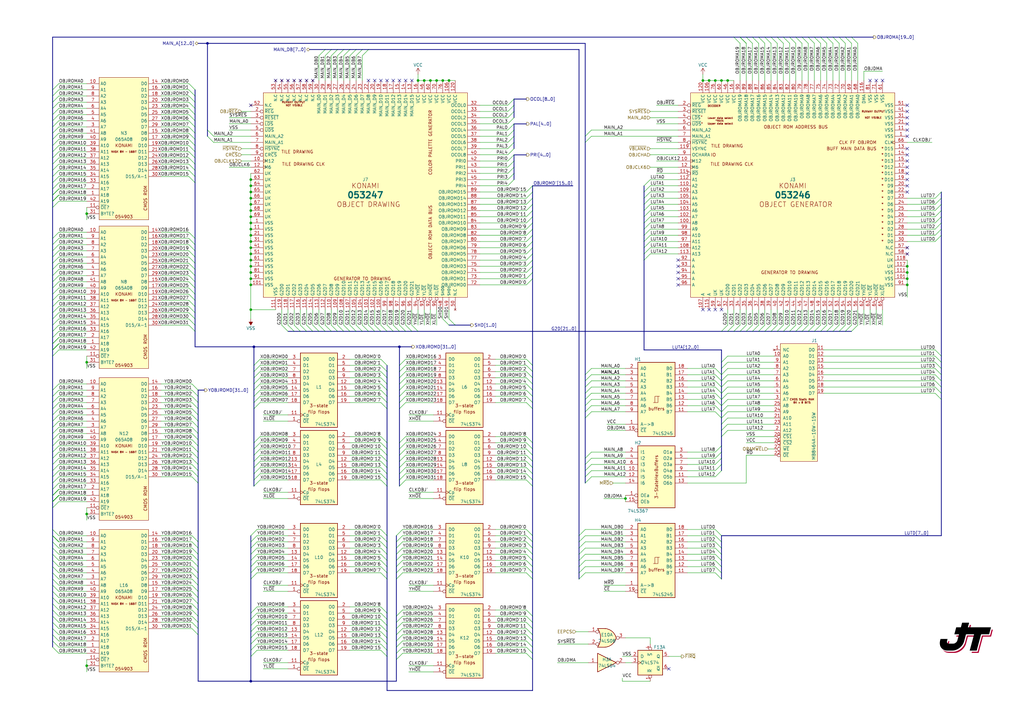
<source format=kicad_sch>
(kicad_sch (version 20230121) (generator eeschema)
  (paper "A3")
  (title_block (title "The Simpsons") (date "2023-08-01") (rev "José Tejada G.") (company "KONAMI PWB352346B GX072") (comment 1 "www.patreon.com/jotego") (comment 2 "Esperanza Triana") (comment 3 "JOTEGO"))
  (junction (at 102.87 88.9))
  (junction (at 35.56 87.63))
  (junction (at 85.09 17.78))
  (junction (at 181.61 33.02))
  (junction (at 372.11 114.3))
  (junction (at 102.87 101.6))
  (junction (at 102.87 116.84))
  (junction (at 176.53 33.02))
  (junction (at 372.11 116.84))
  (junction (at 35.56 210.82))
  (junction (at 102.87 127))
  (junction (at 102.87 104.14))
  (junction (at 102.87 78.74))
  (junction (at 179.07 33.02))
  (junction (at 35.56 148.59))
  (junction (at 102.87 83.82))
  (junction (at 372.11 111.76))
  (junction (at 256.54 204.47))
  (junction (at 102.87 109.22))
  (junction (at 184.15 33.02))
  (junction (at 102.87 81.28))
  (junction (at 102.87 96.52))
  (junction (at 104.14 142.24))
  (junction (at 102.87 111.76))
  (junction (at 102.87 106.68))
  (junction (at 102.87 99.06))
  (junction (at 102.87 86.36))
  (junction (at 102.87 279.4))
  (junction (at 295.91 33.02))
  (junction (at 35.56 273.05))
  (junction (at 288.29 33.02))
  (junction (at 102.87 76.2))
  (junction (at 102.87 73.66))
  (junction (at 102.87 93.98))
  (junction (at 173.99 33.02))
  (junction (at 298.45 33.02))
  (junction (at 290.83 33.02))
  (junction (at 171.45 33.02))
  (junction (at 102.87 114.3))
  (junction (at 102.87 91.44))
  (junction (at 372.11 109.22))
  (junction (at 293.37 33.02))
  (junction (at 163.83 142.24))
  (no_connect (at 372.11 48.26))
  (no_connect (at 278.13 106.68))
  (no_connect (at 295.91 127))
  (no_connect (at 372.11 78.74))
  (no_connect (at 168.91 33.02))
  (no_connect (at 372.11 71.12))
  (no_connect (at 372.11 73.66))
  (no_connect (at 372.11 101.6))
  (no_connect (at 158.75 33.02))
  (no_connect (at 278.13 111.76))
  (no_connect (at 156.21 33.02))
  (no_connect (at 161.29 33.02))
  (no_connect (at 372.11 60.96))
  (no_connect (at 372.11 53.34))
  (no_connect (at 153.67 33.02))
  (no_connect (at 115.57 33.02))
  (no_connect (at 372.11 66.04))
  (no_connect (at 274.32 274.32))
  (no_connect (at 125.73 33.02))
  (no_connect (at 372.11 55.88))
  (no_connect (at 278.13 114.3))
  (no_connect (at 356.87 33.02))
  (no_connect (at 372.11 45.72))
  (no_connect (at 288.29 127))
  (no_connect (at 359.41 33.02))
  (no_connect (at 118.11 33.02))
  (no_connect (at 290.83 127))
  (no_connect (at 278.13 116.84))
  (no_connect (at 151.13 33.02))
  (no_connect (at 120.65 33.02))
  (no_connect (at 166.37 33.02))
  (no_connect (at 113.03 33.02))
  (no_connect (at 372.11 104.14))
  (no_connect (at 361.95 33.02))
  (no_connect (at 163.83 33.02))
  (no_connect (at 102.87 43.18))
  (no_connect (at 372.11 68.58))
  (no_connect (at 372.11 63.5))
  (no_connect (at 123.19 33.02))
  (no_connect (at 372.11 76.2))
  (no_connect (at 128.27 33.02))
  (no_connect (at 372.11 50.8))
  (no_connect (at 293.37 127))
  (no_connect (at 372.11 43.18))
  (no_connect (at 278.13 109.22))
  (bus_entry (at 383.54 143.51) (size 2.54 2.54))
  (bus_entry (at 293.37 229.87) (size 2.54 2.54))
  (bus_entry (at 77.47 118.11) (size 2.54 2.54))
  (bus_entry (at 21.59 80.01) (size 2.54 -2.54))
  (bus_entry (at 215.9 106.68) (size 2.54 -2.54))
  (bus_entry (at 266.7 76.2) (size -2.54 2.54))
  (bus_entry (at 156.21 181.61) (size 2.54 2.54))
  (bus_entry (at 156.21 147.32) (size 2.54 2.54))
  (bus_entry (at 78.74 190.5) (size 2.54 2.54))
  (bus_entry (at 156.21 184.15) (size 2.54 2.54))
  (bus_entry (at 215.9 83.82) (size 2.54 -2.54))
  (bus_entry (at 21.59 232.41) (size 2.54 2.54))
  (bus_entry (at 166.37 157.48) (size -2.54 2.54))
  (bus_entry (at 215.9 101.6) (size 2.54 -2.54))
  (bus_entry (at 321.31 135.89) (size 2.54 -2.54))
  (bus_entry (at 106.68 191.77) (size -2.54 2.54))
  (bus_entry (at 165.1 217.17) (size -2.54 2.54))
  (bus_entry (at 105.41 227.33) (size -2.54 2.54))
  (bus_entry (at 156.21 186.69) (size 2.54 2.54))
  (bus_entry (at 77.47 59.69) (size 2.54 2.54))
  (bus_entry (at 293.37 158.75) (size 2.54 2.54))
  (bus_entry (at 77.47 125.73) (size 2.54 2.54))
  (bus_entry (at 156.21 133.35) (size 2.54 2.54))
  (bus_entry (at 77.47 72.39) (size 2.54 2.54))
  (bus_entry (at 105.41 251.46) (size -2.54 2.54))
  (bus_entry (at 266.7 81.28) (size -2.54 2.54))
  (bus_entry (at 323.85 15.24) (size 2.54 2.54))
  (bus_entry (at 215.9 165.1) (size 2.54 2.54))
  (bus_entry (at 339.09 15.24) (size 2.54 2.54))
  (bus_entry (at 215.9 157.48) (size 2.54 2.54))
  (bus_entry (at 156.21 162.56) (size 2.54 2.54))
  (bus_entry (at 300.99 15.24) (size 2.54 2.54))
  (bus_entry (at 21.59 262.89) (size 2.54 2.54))
  (bus_entry (at 21.59 107.95) (size 2.54 -2.54))
  (bus_entry (at 215.9 109.22) (size 2.54 -2.54))
  (bus_entry (at 105.41 266.7) (size -2.54 2.54))
  (bus_entry (at 331.47 15.24) (size 2.54 2.54))
  (bus_entry (at 215.9 154.94) (size 2.54 2.54))
  (bus_entry (at 78.74 182.88) (size 2.54 2.54))
  (bus_entry (at 21.59 160.02) (size 2.54 -2.54))
  (bus_entry (at 78.74 227.33) (size 2.54 2.54))
  (bus_entry (at 208.28 48.26) (size 2.54 -2.54))
  (bus_entry (at 156.21 224.79) (size 2.54 2.54))
  (bus_entry (at 300.99 135.89) (size 2.54 -2.54))
  (bus_entry (at 208.28 50.8) (size 2.54 -2.54))
  (bus_entry (at 106.68 152.4) (size -2.54 2.54))
  (bus_entry (at 383.54 148.59) (size 2.54 2.54))
  (bus_entry (at 240.03 156.21) (size 2.54 -2.54))
  (bus_entry (at 336.55 15.24) (size 2.54 2.54))
  (bus_entry (at 21.59 140.97) (size 2.54 -2.54))
  (bus_entry (at 215.9 104.14) (size 2.54 -2.54))
  (bus_entry (at 166.37 147.32) (size -2.54 2.54))
  (bus_entry (at 133.35 133.35) (size 2.54 2.54))
  (bus_entry (at 266.7 99.06) (size -2.54 2.54))
  (bus_entry (at 308.61 135.89) (size 2.54 -2.54))
  (bus_entry (at 240.03 153.67) (size 2.54 -2.54))
  (bus_entry (at 311.15 135.89) (size 2.54 -2.54))
  (bus_entry (at 21.59 193.04) (size 2.54 -2.54))
  (bus_entry (at 21.59 128.27) (size 2.54 -2.54))
  (bus_entry (at 77.47 97.79) (size 2.54 2.54))
  (bus_entry (at 138.43 133.35) (size 2.54 2.54))
  (bus_entry (at 146.05 133.35) (size 2.54 2.54))
  (bus_entry (at 21.59 62.23) (size 2.54 -2.54))
  (bus_entry (at 383.54 93.98) (size 2.54 -2.54))
  (bus_entry (at 21.59 52.07) (size 2.54 -2.54))
  (bus_entry (at 78.74 240.03) (size 2.54 2.54))
  (bus_entry (at 156.21 229.87) (size 2.54 2.54))
  (bus_entry (at 105.41 248.92) (size -2.54 2.54))
  (bus_entry (at 298.45 161.29) (size -2.54 2.54))
  (bus_entry (at 208.28 63.5) (size 2.54 -2.54))
  (bus_entry (at 21.59 165.1) (size 2.54 -2.54))
  (bus_entry (at 210.82 73.66) (size -2.54 2.54))
  (bus_entry (at 138.43 20.32) (size -2.54 2.54))
  (bus_entry (at 21.59 46.99) (size 2.54 -2.54))
  (bus_entry (at 156.21 254) (size 2.54 2.54))
  (bus_entry (at 77.47 64.77) (size 2.54 2.54))
  (bus_entry (at 165.1 257.81) (size -2.54 2.54))
  (bus_entry (at 215.9 78.74) (size 2.54 -2.54))
  (bus_entry (at 24.13 267.97) (size -2.54 -2.54))
  (bus_entry (at 106.68 196.85) (size -2.54 2.54))
  (bus_entry (at 344.17 15.24) (size 2.54 2.54))
  (bus_entry (at 293.37 187.96) (size 2.54 -2.54))
  (bus_entry (at 295.91 135.89) (size 2.54 -2.54))
  (bus_entry (at 215.9 116.84) (size 2.54 -2.54))
  (bus_entry (at 140.97 133.35) (size 2.54 2.54))
  (bus_entry (at 21.59 138.43) (size 2.54 -2.54))
  (bus_entry (at 106.68 194.31) (size -2.54 2.54))
  (bus_entry (at 240.03 190.5) (size 2.54 -2.54))
  (bus_entry (at 78.74 170.18) (size 2.54 2.54))
  (bus_entry (at 21.59 115.57) (size 2.54 -2.54))
  (bus_entry (at 237.49 232.41) (size 2.54 -2.54))
  (bus_entry (at 21.59 227.33) (size 2.54 2.54))
  (bus_entry (at 21.59 229.87) (size 2.54 2.54))
  (bus_entry (at 21.59 217.17) (size 2.54 2.54))
  (bus_entry (at 331.47 135.89) (size 2.54 -2.54))
  (bus_entry (at 106.68 186.69) (size -2.54 2.54))
  (bus_entry (at 326.39 15.24) (size 2.54 2.54))
  (bus_entry (at 156.21 248.92) (size 2.54 2.54))
  (bus_entry (at 165.1 219.71) (size -2.54 2.54))
  (bus_entry (at 166.37 160.02) (size -2.54 2.54))
  (bus_entry (at 266.7 93.98) (size -2.54 2.54))
  (bus_entry (at 215.9 147.32) (size 2.54 2.54))
  (bus_entry (at 77.47 36.83) (size 2.54 2.54))
  (bus_entry (at 293.37 195.58) (size 2.54 -2.54))
  (bus_entry (at 240.03 58.42) (size 2.54 -2.54))
  (bus_entry (at 215.9 111.76) (size 2.54 -2.54))
  (bus_entry (at 298.45 135.89) (size 2.54 -2.54))
  (bus_entry (at 349.25 15.24) (size 2.54 2.54))
  (bus_entry (at 156.21 189.23) (size 2.54 2.54))
  (bus_entry (at 21.59 143.51) (size 2.54 -2.54))
  (bus_entry (at 156.21 266.7) (size 2.54 2.54))
  (bus_entry (at 21.59 41.91) (size 2.54 -2.54))
  (bus_entry (at 339.09 135.89) (size 2.54 -2.54))
  (bus_entry (at 128.27 133.35) (size 2.54 2.54))
  (bus_entry (at 156.21 259.08) (size 2.54 2.54))
  (bus_entry (at 21.59 36.83) (size 2.54 -2.54))
  (bus_entry (at 77.47 44.45) (size 2.54 2.54))
  (bus_entry (at 21.59 59.69) (size 2.54 -2.54))
  (bus_entry (at 21.59 133.35) (size 2.54 -2.54))
  (bus_entry (at 383.54 86.36) (size 2.54 -2.54))
  (bus_entry (at 161.29 133.35) (size 2.54 2.54))
  (bus_entry (at 215.9 186.69) (size 2.54 2.54))
  (bus_entry (at 106.68 179.07) (size -2.54 2.54))
  (bus_entry (at 105.41 217.17) (size -2.54 2.54))
  (bus_entry (at 266.7 73.66) (size -2.54 2.54))
  (bus_entry (at 293.37 185.42) (size 2.54 -2.54))
  (bus_entry (at 78.74 165.1) (size 2.54 2.54))
  (bus_entry (at 148.59 133.35) (size 2.54 2.54))
  (bus_entry (at 215.9 81.28) (size 2.54 -2.54))
  (bus_entry (at 166.37 189.23) (size -2.54 2.54))
  (bus_entry (at 105.41 219.71) (size -2.54 2.54))
  (bus_entry (at 21.59 182.88) (size 2.54 -2.54))
  (bus_entry (at 156.21 196.85) (size 2.54 2.54))
  (bus_entry (at 293.37 219.71) (size 2.54 2.54))
  (bus_entry (at 215.9 196.85) (size 2.54 2.54))
  (bus_entry (at 156.21 264.16) (size 2.54 2.54))
  (bus_entry (at 156.21 157.48) (size 2.54 2.54))
  (bus_entry (at 21.59 85.09) (size 2.54 -2.54))
  (bus_entry (at 156.21 194.31) (size 2.54 2.54))
  (bus_entry (at 383.54 158.75) (size 2.54 2.54))
  (bus_entry (at 21.59 260.35) (size 2.54 2.54))
  (bus_entry (at 143.51 133.35) (size 2.54 2.54))
  (bus_entry (at 21.59 222.25) (size 2.54 2.54))
  (bus_entry (at 156.21 234.95) (size 2.54 2.54))
  (bus_entry (at 21.59 120.65) (size 2.54 -2.54))
  (bus_entry (at 77.47 128.27) (size 2.54 2.54))
  (bus_entry (at 208.28 53.34) (size 2.54 -2.54))
  (bus_entry (at 21.59 203.2) (size 2.54 -2.54))
  (bus_entry (at 293.37 222.25) (size 2.54 2.54))
  (bus_entry (at 156.21 149.86) (size 2.54 2.54))
  (bus_entry (at 106.68 184.15) (size -2.54 2.54))
  (bus_entry (at 334.01 135.89) (size 2.54 -2.54))
  (bus_entry (at 318.77 15.24) (size 2.54 2.54))
  (bus_entry (at 21.59 203.2) (size 2.54 -2.54))
  (bus_entry (at 120.65 133.35) (size 2.54 2.54))
  (bus_entry (at 78.74 177.8) (size 2.54 2.54))
  (bus_entry (at 115.57 133.35) (size 2.54 2.54))
  (bus_entry (at 133.35 20.32) (size -2.54 2.54))
  (bus_entry (at 156.21 217.17) (size 2.54 2.54))
  (bus_entry (at 78.74 257.81) (size 2.54 2.54))
  (bus_entry (at 21.59 205.74) (size 2.54 -2.54))
  (bus_entry (at 156.21 256.54) (size 2.54 2.54))
  (bus_entry (at 78.74 180.34) (size 2.54 2.54))
  (bus_entry (at 293.37 224.79) (size 2.54 2.54))
  (bus_entry (at 293.37 193.04) (size 2.54 -2.54))
  (bus_entry (at 156.21 219.71) (size 2.54 2.54))
  (bus_entry (at 215.9 222.25) (size 2.54 2.54))
  (bus_entry (at 156.21 191.77) (size 2.54 2.54))
  (bus_entry (at 78.74 252.73) (size 2.54 2.54))
  (bus_entry (at 156.21 160.02) (size 2.54 2.54))
  (bus_entry (at 21.59 219.71) (size 2.54 2.54))
  (bus_entry (at 208.28 58.42) (size 2.54 -2.54))
  (bus_entry (at 105.41 256.54) (size -2.54 2.54))
  (bus_entry (at 21.59 205.74) (size 2.54 -2.54))
  (bus_entry (at 215.9 267.97) (size 2.54 2.54))
  (bus_entry (at 383.54 88.9) (size 2.54 -2.54))
  (bus_entry (at 383.54 83.82) (size 2.54 -2.54))
  (bus_entry (at 240.03 168.91) (size 2.54 -2.54))
  (bus_entry (at 266.7 78.74) (size -2.54 2.54))
  (bus_entry (at 130.81 133.35) (size 2.54 2.54))
  (bus_entry (at 106.68 147.32) (size -2.54 2.54))
  (bus_entry (at 293.37 151.13) (size 2.54 2.54))
  (bus_entry (at 298.45 156.21) (size -2.54 2.54))
  (bus_entry (at 208.28 45.72) (size 2.54 -2.54))
  (bus_entry (at 158.75 133.35) (size 2.54 2.54))
  (bus_entry (at 168.91 133.35) (size 2.54 2.54))
  (bus_entry (at 21.59 140.97) (size 2.54 -2.54))
  (bus_entry (at 165.1 255.27) (size -2.54 2.54))
  (bus_entry (at 21.59 219.71) (size 2.54 2.54))
  (bus_entry (at 106.68 149.86) (size -2.54 2.54))
  (bus_entry (at 326.39 135.89) (size 2.54 -2.54))
  (bus_entry (at 240.03 161.29) (size 2.54 -2.54))
  (bus_entry (at 298.45 168.91) (size -2.54 2.54))
  (bus_entry (at 266.7 104.14) (size -2.54 2.54))
  (bus_entry (at 148.59 20.32) (size -2.54 2.54))
  (bus_entry (at 156.21 165.1) (size 2.54 2.54))
  (bus_entry (at 166.37 186.69) (size -2.54 2.54))
  (bus_entry (at 143.51 20.32) (size -2.54 2.54))
  (bus_entry (at 85.09 53.34) (size 2.54 2.54))
  (bus_entry (at 383.54 153.67) (size 2.54 2.54))
  (bus_entry (at 21.59 205.74) (size 2.54 -2.54))
  (bus_entry (at 336.55 135.89) (size 2.54 -2.54))
  (bus_entry (at 77.47 120.65) (size 2.54 2.54))
  (bus_entry (at 21.59 143.51) (size 2.54 -2.54))
  (bus_entry (at 78.74 175.26) (size 2.54 2.54))
  (bus_entry (at 215.9 91.44) (size 2.54 -2.54))
  (bus_entry (at 105.41 234.95) (size -2.54 2.54))
  (bus_entry (at 21.59 237.49) (size 2.54 2.54))
  (bus_entry (at 105.41 261.62) (size -2.54 2.54))
  (bus_entry (at 21.59 175.26) (size 2.54 -2.54))
  (bus_entry (at 21.59 205.74) (size 2.54 -2.54))
  (bus_entry (at 21.59 257.81) (size 2.54 2.54))
  (bus_entry (at 105.41 264.16) (size -2.54 2.54))
  (bus_entry (at 208.28 55.88) (size 2.54 -2.54))
  (bus_entry (at 21.59 67.31) (size 2.54 -2.54))
  (bus_entry (at 21.59 143.51) (size 2.54 -2.54))
  (bus_entry (at 21.59 69.85) (size 2.54 -2.54))
  (bus_entry (at 184.15 130.81) (size 2.54 2.54))
  (bus_entry (at 21.59 240.03) (size 2.54 2.54))
  (bus_entry (at 165.1 229.87) (size -2.54 2.54))
  (bus_entry (at 21.59 110.49) (size 2.54 -2.54))
  (bus_entry (at 215.9 179.07) (size 2.54 2.54))
  (bus_entry (at 77.47 110.49) (size 2.54 2.54))
  (bus_entry (at 166.37 133.35) (size 2.54 2.54))
  (bus_entry (at 77.47 105.41) (size 2.54 2.54))
  (bus_entry (at 21.59 49.53) (size 2.54 -2.54))
  (bus_entry (at 21.59 118.11) (size 2.54 -2.54))
  (bus_entry (at 21.59 185.42) (size 2.54 -2.54))
  (bus_entry (at 156.21 152.4) (size 2.54 2.54))
  (bus_entry (at 266.7 101.6) (size -2.54 2.54))
  (bus_entry (at 383.54 161.29) (size 2.54 2.54))
  (bus_entry (at 240.03 193.04) (size 2.54 -2.54))
  (bus_entry (at 77.47 41.91) (size 2.54 2.54))
  (bus_entry (at 341.63 15.24) (size 2.54 2.54))
  (bus_entry (at 165.1 224.79) (size -2.54 2.54))
  (bus_entry (at 106.68 154.94) (size -2.54 2.54))
  (bus_entry (at 237.49 227.33) (size 2.54 -2.54))
  (bus_entry (at 166.37 152.4) (size -2.54 2.54))
  (bus_entry (at 210.82 66.04) (size -2.54 2.54))
  (bus_entry (at 166.37 154.94) (size -2.54 2.54))
  (bus_entry (at 298.45 151.13) (size -2.54 2.54))
  (bus_entry (at 346.71 135.89) (size 2.54 -2.54))
  (bus_entry (at 78.74 232.41) (size 2.54 2.54))
  (bus_entry (at 77.47 57.15) (size 2.54 2.54))
  (bus_entry (at 21.59 200.66) (size 2.54 -2.54))
  (bus_entry (at 298.45 171.45) (size -2.54 2.54))
  (bus_entry (at 77.47 130.81) (size 2.54 2.54))
  (bus_entry (at 105.41 232.41) (size -2.54 2.54))
  (bus_entry (at 383.54 146.05) (size 2.54 2.54))
  (bus_entry (at 328.93 15.24) (size 2.54 2.54))
  (bus_entry (at 306.07 135.89) (size 2.54 -2.54))
  (bus_entry (at 215.9 260.35) (size 2.54 2.54))
  (bus_entry (at 77.47 52.07) (size 2.54 2.54))
  (bus_entry (at 240.03 55.88) (size 2.54 -2.54))
  (bus_entry (at 266.7 83.82) (size -2.54 2.54))
  (bus_entry (at 156.21 154.94) (size 2.54 2.54))
  (bus_entry (at 78.74 245.11) (size 2.54 2.54))
  (bus_entry (at 237.49 234.95) (size 2.54 -2.54))
  (bus_entry (at 78.74 229.87) (size 2.54 2.54))
  (bus_entry (at 293.37 166.37) (size 2.54 2.54))
  (bus_entry (at 166.37 194.31) (size -2.54 2.54))
  (bus_entry (at 215.9 194.31) (size 2.54 2.54))
  (bus_entry (at 21.59 82.55) (size 2.54 -2.54))
  (bus_entry (at 215.9 219.71) (size 2.54 2.54))
  (bus_entry (at 123.19 133.35) (size 2.54 2.54))
  (bus_entry (at 240.03 195.58) (size 2.54 -2.54))
  (bus_entry (at 166.37 181.61) (size -2.54 2.54))
  (bus_entry (at 21.59 100.33) (size 2.54 -2.54))
  (bus_entry (at 215.9 86.36) (size 2.54 -2.54))
  (bus_entry (at 21.59 187.96) (size 2.54 -2.54))
  (bus_entry (at 165.1 252.73) (size -2.54 2.54))
  (bus_entry (at 78.74 247.65) (size 2.54 2.54))
  (bus_entry (at 215.9 149.86) (size 2.54 2.54))
  (bus_entry (at 21.59 74.93) (size 2.54 -2.54))
  (bus_entry (at 77.47 54.61) (size 2.54 2.54))
  (bus_entry (at 78.74 172.72) (size 2.54 2.54))
  (bus_entry (at 215.9 191.77) (size 2.54 2.54))
  (bus_entry (at 166.37 191.77) (size -2.54 2.54))
  (bus_entry (at 156.21 179.07) (size 2.54 2.54))
  (bus_entry (at 105.41 259.08) (size -2.54 2.54))
  (bus_entry (at 266.7 86.36) (size -2.54 2.54))
  (bus_entry (at 240.03 158.75) (size 2.54 -2.54))
  (bus_entry (at 383.54 156.21) (size 2.54 2.54))
  (bus_entry (at 210.82 68.58) (size -2.54 2.54))
  (bus_entry (at 383.54 151.13) (size 2.54 2.54))
  (bus_entry (at 21.59 252.73) (size 2.54 2.54))
  (bus_entry (at 298.45 153.67) (size -2.54 2.54))
  (bus_entry (at 215.9 227.33) (size 2.54 2.54))
  (bus_entry (at 21.59 105.41) (size 2.54 -2.54))
  (bus_entry (at 240.03 171.45) (size 2.54 -2.54))
  (bus_entry (at 105.41 222.25) (size -2.54 2.54))
  (bus_entry (at 313.69 15.24) (size 2.54 2.54))
  (bus_entry (at 106.68 189.23) (size -2.54 2.54))
  (bus_entry (at 77.47 100.33) (size 2.54 2.54))
  (bus_entry (at 78.74 219.71) (size 2.54 2.54))
  (bus_entry (at 210.82 71.12) (size -2.54 2.54))
  (bus_entry (at 240.03 198.12) (size 2.54 -2.54))
  (bus_entry (at 383.54 91.44) (size 2.54 -2.54))
  (bus_entry (at 349.25 135.89) (size 2.54 -2.54))
  (bus_entry (at 21.59 224.79) (size 2.54 2.54))
  (bus_entry (at 316.23 135.89) (size 2.54 -2.54))
  (bus_entry (at 77.47 113.03) (size 2.54 2.54))
  (bus_entry (at 21.59 57.15) (size 2.54 -2.54))
  (bus_entry (at 78.74 242.57) (size 2.54 2.54))
  (bus_entry (at 215.9 189.23) (size 2.54 2.54))
  (bus_entry (at 210.82 63.5) (size -2.54 2.54))
  (bus_entry (at 215.9 93.98) (size 2.54 -2.54))
  (bus_entry (at 77.47 133.35) (size 2.54 2.54))
  (bus_entry (at 383.54 99.06) (size 2.54 -2.54))
  (bus_entry (at 303.53 135.89) (size 2.54 -2.54))
  (bus_entry (at 298.45 173.99) (size -2.54 2.54))
  (bus_entry (at 165.1 222.25) (size -2.54 2.54))
  (bus_entry (at 77.47 49.53) (size 2.54 2.54))
  (bus_entry (at 78.74 187.96) (size 2.54 2.54))
  (bus_entry (at 208.28 60.96) (size 2.54 -2.54))
  (bus_entry (at 156.21 251.46) (size 2.54 2.54))
  (bus_entry (at 293.37 234.95) (size 2.54 2.54))
  (bus_entry (at 308.61 15.24) (size 2.54 2.54))
  (bus_entry (at 78.74 160.02) (size 2.54 2.54))
  (bus_entry (at 165.1 227.33) (size -2.54 2.54))
  (bus_entry (at 21.59 190.5) (size 2.54 -2.54))
  (bus_entry (at 21.59 143.51) (size 2.54 -2.54))
  (bus_entry (at 215.9 99.06) (size 2.54 -2.54))
  (bus_entry (at 303.53 15.24) (size 2.54 2.54))
  (bus_entry (at 78.74 157.48) (size 2.54 2.54))
  (bus_entry (at 140.97 20.32) (size -2.54 2.54))
  (bus_entry (at 77.47 95.25) (size 2.54 2.54))
  (bus_entry (at 298.45 166.37) (size -2.54 2.54))
  (bus_entry (at 77.47 39.37) (size 2.54 2.54))
  (bus_entry (at 215.9 262.89) (size 2.54 2.54))
  (bus_entry (at 334.01 15.24) (size 2.54 2.54))
  (bus_entry (at 78.74 195.58) (size 2.54 2.54))
  (bus_entry (at 293.37 168.91) (size 2.54 2.54))
  (bus_entry (at 215.9 114.3) (size 2.54 -2.54))
  (bus_entry (at 313.69 135.89) (size 2.54 -2.54))
  (bus_entry (at 21.59 146.05) (size 2.54 -2.54))
  (bus_entry (at 293.37 232.41) (size 2.54 2.54))
  (bus_entry (at 156.21 227.33) (size 2.54 2.54))
  (bus_entry (at 21.59 113.03) (size 2.54 -2.54))
  (bus_entry (at 166.37 149.86) (size -2.54 2.54))
  (bus_entry (at 106.68 160.02) (size -2.54 2.54))
  (bus_entry (at 240.03 187.96) (size 2.54 -2.54))
  (bus_entry (at 240.03 163.83) (size 2.54 -2.54))
  (bus_entry (at 318.77 135.89) (size 2.54 -2.54))
  (bus_entry (at 118.11 133.35) (size 2.54 2.54))
  (bus_entry (at 215.9 252.73) (size 2.54 2.54))
  (bus_entry (at 21.59 39.37) (size 2.54 -2.54))
  (bus_entry (at 293.37 217.17) (size 2.54 2.54))
  (bus_entry (at 293.37 161.29) (size 2.54 2.54))
  (bus_entry (at 21.59 198.12) (size 2.54 -2.54))
  (bus_entry (at 165.1 267.97) (size -2.54 2.54))
  (bus_entry (at 166.37 165.1) (size -2.54 2.54))
  (bus_entry (at 105.41 254) (size -2.54 2.54))
  (bus_entry (at 78.74 237.49) (size 2.54 2.54))
  (bus_entry (at 21.59 177.8) (size 2.54 -2.54))
  (bus_entry (at 266.7 91.44) (size -2.54 2.54))
  (bus_entry (at 165.1 260.35) (size -2.54 2.54))
  (bus_entry (at 208.28 43.18) (size 2.54 -2.54))
  (bus_entry (at 21.59 203.2) (size 2.54 -2.54))
  (bus_entry (at 215.9 152.4) (size 2.54 2.54))
  (bus_entry (at 293.37 227.33) (size 2.54 2.54))
  (bus_entry (at 106.68 162.56) (size -2.54 2.54))
  (bus_entry (at 383.54 81.28) (size 2.54 -2.54))
  (bus_entry (at 165.1 232.41) (size -2.54 2.54))
  (bus_entry (at 293.37 153.67) (size 2.54 2.54))
  (bus_entry (at 237.49 237.49) (size 2.54 -2.54))
  (bus_entry (at 153.67 133.35) (size 2.54 2.54))
  (bus_entry (at 77.47 102.87) (size 2.54 2.54))
  (bus_entry (at 21.59 44.45) (size 2.54 -2.54))
  (bus_entry (at 146.05 20.32) (size -2.54 2.54))
  (bus_entry (at 106.68 165.1) (size -2.54 2.54))
  (bus_entry (at 240.03 166.37) (size 2.54 -2.54))
  (bus_entry (at 165.1 250.19) (size -2.54 2.54))
  (bus_entry (at 316.23 15.24) (size 2.54 2.54))
  (bus_entry (at 21.59 82.55) (size 2.54 -2.54))
  (bus_entry (at 21.59 102.87) (size 2.54 -2.54))
  (bus_entry (at 303.53 15.24) (size 2.54 2.54))
  (bus_entry (at 215.9 224.79) (size 2.54 2.54))
  (bus_entry (at 21.59 54.61) (size 2.54 -2.54))
  (bus_entry (at 21.59 242.57) (size 2.54 2.54))
  (bus_entry (at 21.59 247.65) (size 2.54 2.54))
  (bus_entry (at 166.37 179.07) (size -2.54 2.54))
  (bus_entry (at 21.59 245.11) (size 2.54 2.54))
  (bus_entry (at 298.45 146.05) (size -2.54 2.54))
  (bus_entry (at 341.63 135.89) (size 2.54 -2.54))
  (bus_entry (at 78.74 224.79) (size 2.54 2.54))
  (bus_entry (at 166.37 184.15) (size -2.54 2.54))
  (bus_entry (at 21.59 80.01) (size 2.54 -2.54))
  (bus_entry (at 21.59 125.73) (size 2.54 -2.54))
  (bus_entry (at 293.37 163.83) (size 2.54 2.54))
  (bus_entry (at 21.59 77.47) (size 2.54 -2.54))
  (bus_entry (at 21.59 255.27) (size 2.54 2.54))
  (bus_entry (at 215.9 250.19) (size 2.54 2.54))
  (bus_entry (at 21.59 250.19) (size 2.54 2.54))
  (bus_entry (at 21.59 72.39) (size 2.54 -2.54))
  (bus_entry (at 78.74 234.95) (size 2.54 2.54))
  (bus_entry (at 21.59 82.55) (size 2.54 -2.54))
  (bus_entry (at 78.74 162.56) (size 2.54 2.54))
  (bus_entry (at 135.89 20.32) (size -2.54 2.54))
  (bus_entry (at 78.74 167.64) (size 2.54 2.54))
  (bus_entry (at 165.1 265.43) (size -2.54 2.54))
  (bus_entry (at 215.9 96.52) (size 2.54 -2.54))
  (bus_entry (at 215.9 232.41) (size 2.54 2.54))
  (bus_entry (at 105.41 224.79) (size -2.54 2.54))
  (bus_entry (at 266.7 96.52) (size -2.54 2.54))
  (bus_entry (at 77.47 107.95) (size 2.54 2.54))
  (bus_entry (at 165.1 262.89) (size -2.54 2.54))
  (bus_entry (at 21.59 195.58) (size 2.54 -2.54))
  (bus_entry (at 85.09 55.88) (size 2.54 2.54))
  (bus_entry (at 135.89 133.35) (size 2.54 2.54))
  (bus_entry (at 346.71 15.24) (size 2.54 2.54))
  (bus_entry (at 21.59 170.18) (size 2.54 -2.54))
  (bus_entry (at 383.54 96.52) (size 2.54 -2.54))
  (bus_entry (at 21.59 180.34) (size 2.54 -2.54))
  (bus_entry (at 215.9 229.87) (size 2.54 2.54))
  (bus_entry (at 215.9 160.02) (size 2.54 2.54))
  (bus_entry (at 77.47 46.99) (size 2.54 2.54))
  (bus_entry (at 106.68 181.61) (size -2.54 2.54))
  (bus_entry (at 181.61 130.81) (size 2.54 2.54))
  (bus_entry (at 21.59 205.74) (size 2.54 -2.54))
  (bus_entry (at 77.47 69.85) (size 2.54 2.54))
  (bus_entry (at 21.59 167.64) (size 2.54 -2.54))
  (bus_entry (at 21.59 219.71) (size 2.54 2.54))
  (bus_entry (at 21.59 234.95) (size 2.54 2.54))
  (bus_entry (at 106.68 157.48) (size -2.54 2.54))
  (bus_entry (at 151.13 133.35) (size 2.54 2.54))
  (bus_entry (at 21.59 130.81) (size 2.54 -2.54))
  (bus_entry (at 293.37 190.5) (size 2.54 -2.54))
  (bus_entry (at 215.9 184.15) (size 2.54 2.54))
  (bus_entry (at 237.49 224.79) (size 2.54 -2.54))
  (bus_entry (at 21.59 123.19) (size 2.54 -2.54))
  (bus_entry (at 21.59 172.72) (size 2.54 -2.54))
  (bus_entry (at 266.7 88.9) (size -2.54 2.54))
  (bus_entry (at 163.83 133.35) (size 2.54 2.54))
  (bus_entry (at 298.45 158.75) (size -2.54 2.54))
  (bus_entry (at 21.59 208.28) (size 2.54 -2.54))
  (bus_entry (at 77.47 123.19) (size 2.54 2.54))
  (bus_entry (at 105.41 229.87) (size -2.54 2.54))
  (bus_entry (at 77.47 67.31) (size 2.54 2.54))
  (bus_entry (at 77.47 62.23) (size 2.54 2.54))
  (bus_entry (at 298.45 176.53) (size -2.54 2.54))
  (bus_entry (at 215.9 255.27) (size 2.54 2.54))
  (bus_entry (at 328.93 135.89) (size 2.54 -2.54))
  (bus_entry (at 215.9 234.95) (size 2.54 2.54))
  (bus_entry (at 237.49 219.71) (size 2.54 -2.54))
  (bus_entry (at 21.59 97.79) (size 2.54 -2.54))
  (bus_entry (at 215.9 217.17) (size 2.54 2.54))
  (bus_entry (at 78.74 185.42) (size 2.54 2.54))
  (bus_entry (at 215.9 181.61) (size 2.54 2.54))
  (bus_entry (at 156.21 222.25) (size 2.54 2.54))
  (bus_entry (at 78.74 193.04) (size 2.54 2.54))
  (bus_entry (at 166.37 196.85) (size -2.54 2.54))
  (bus_entry (at 215.9 265.43) (size 2.54 2.54))
  (bus_entry (at 298.45 163.83) (size -2.54 2.54))
  (bus_entry (at 306.07 15.24) (size 2.54 2.54))
  (bus_entry (at 21.59 64.77) (size 2.54 -2.54))
  (bus_entry (at 165.1 234.95) (size -2.54 2.54))
  (bus_entry (at 215.9 162.56) (size 2.54 2.54))
  (bus_entry (at 151.13 20.32) (size -2.54 2.54))
  (bus_entry (at 77.47 115.57) (size 2.54 2.54))
  (bus_entry (at 323.85 135.89) (size 2.54 -2.54))
  (bus_entry (at 77.47 34.29) (size 2.54 2.54))
  (bus_entry (at 237.49 229.87) (size 2.54 -2.54))
  (bus_entry (at 166.37 162.56) (size -2.54 2.54))
  (bus_entry (at 298.45 148.59) (size -2.54 2.54))
  (bus_entry (at 344.17 135.89) (size 2.54 -2.54))
  (bus_entry (at 21.59 162.56) (size 2.54 -2.54))
  (bus_entry (at 78.74 255.27) (size 2.54 2.54))
  (bus_entry (at 293.37 156.21) (size 2.54 2.54))
  (bus_entry (at 125.73 133.35) (size 2.54 2.54))
  (bus_entry (at 311.15 15.24) (size 2.54 2.54))
  (bus_entry (at 156.21 261.62) (size 2.54 2.54))
  (bus_entry (at 215.9 88.9) (size 2.54 -2.54))
  (bus_entry (at 78.74 250.19) (size 2.54 2.54))
  (bus_entry (at 78.74 222.25) (size 2.54 2.54))
  (bus_entry (at 21.59 135.89) (size 2.54 -2.54))
  (bus_entry (at 156.21 232.41) (size 2.54 2.54))
  (bus_entry (at 237.49 222.25) (size 2.54 -2.54))
  (bus_entry (at 321.31 15.24) (size 2.54 2.54))
  (bus_entry (at 215.9 257.81) (size 2.54 2.54))
  (wire (pts (xy 66.04 69.85) (xy 77.47 69.85)))
  (bus (pts (xy 21.59 64.77) (xy 21.59 67.31)))
  (bus (pts (xy 308.61 135.89) (xy 311.15 135.89)))
  (wire (pts (xy 107.95 274.32) (xy 118.11 274.32)))
  (bus (pts (xy 218.44 76.2) (xy 234.95 76.2)))
  (wire (pts (xy 247.65 240.03) (xy 256.54 240.03)))
  (wire (pts (xy 24.13 102.87) (xy 35.56 102.87)))
  (wire (pts (xy 306.07 127) (xy 306.07 133.35)))
  (wire (pts (xy 102.87 104.14) (xy 102.87 106.68)))
  (wire (pts (xy 66.04 242.57) (xy 78.74 242.57)))
  (bus (pts (xy 156.21 135.89) (xy 158.75 135.89)))
  (wire (pts (xy 177.8 232.41) (xy 165.1 232.41)))
  (wire (pts (xy 24.13 262.89) (xy 35.56 262.89)))
  (wire (pts (xy 177.8 267.97) (xy 165.1 267.97)))
  (bus (pts (xy 21.59 52.07) (xy 21.59 49.53)))
  (bus (pts (xy 168.91 135.89) (xy 171.45 135.89)))
  (bus (pts (xy 158.75 194.31) (xy 158.75 196.85)))
  (bus (pts (xy 218.44 224.79) (xy 218.44 227.33)))
  (wire (pts (xy 118.11 232.41) (xy 105.41 232.41)))
  (wire (pts (xy 173.99 33.02) (xy 176.53 33.02)))
  (wire (pts (xy 203.2 184.15) (xy 215.9 184.15)))
  (bus (pts (xy 102.87 279.4) (xy 162.56 279.4)))
  (wire (pts (xy 196.85 111.76) (xy 215.9 111.76)))
  (wire (pts (xy 167.64 172.72) (xy 177.8 172.72)))
  (bus (pts (xy 162.56 229.87) (xy 162.56 232.41)))
  (bus (pts (xy 386.08 96.52) (xy 386.08 146.05)))
  (wire (pts (xy 24.13 232.41) (xy 35.56 232.41)))
  (bus (pts (xy 138.43 20.32) (xy 140.97 20.32)))
  (bus (pts (xy 218.44 196.85) (xy 218.44 199.39)))
  (bus (pts (xy 168.91 142.24) (xy 163.83 142.24)))
  (bus (pts (xy 339.09 15.24) (xy 341.63 15.24)))
  (wire (pts (xy 93.98 68.58) (xy 102.87 68.58)))
  (wire (pts (xy 203.2 157.48) (xy 215.9 157.48)))
  (bus (pts (xy 81.28 180.34) (xy 81.28 182.88)))
  (wire (pts (xy 298.45 153.67) (xy 317.5 153.67)))
  (wire (pts (xy 143.51 147.32) (xy 156.21 147.32)))
  (wire (pts (xy 281.94 190.5) (xy 293.37 190.5)))
  (wire (pts (xy 143.51 165.1) (xy 156.21 165.1)))
  (wire (pts (xy 118.11 160.02) (xy 106.68 160.02)))
  (wire (pts (xy 24.13 260.35) (xy 35.56 260.35)))
  (bus (pts (xy 21.59 85.09) (xy 21.59 97.79)))
  (wire (pts (xy 66.04 128.27) (xy 77.47 128.27)))
  (wire (pts (xy 102.87 114.3) (xy 102.87 116.84)))
  (wire (pts (xy 278.13 96.52) (xy 266.7 96.52)))
  (bus (pts (xy 21.59 242.57) (xy 21.59 245.11)))
  (bus (pts (xy 158.75 165.1) (xy 158.75 167.64)))
  (wire (pts (xy 208.28 76.2) (xy 196.85 76.2)))
  (wire (pts (xy 66.04 113.03) (xy 77.47 113.03)))
  (bus (pts (xy 21.59 237.49) (xy 21.59 240.03)))
  (bus (pts (xy 318.77 135.89) (xy 321.31 135.89)))
  (wire (pts (xy 240.03 219.71) (xy 256.54 219.71)))
  (bus (pts (xy 21.59 187.96) (xy 21.59 190.5)))
  (bus (pts (xy 21.59 224.79) (xy 21.59 227.33)))
  (wire (pts (xy 240.03 227.33) (xy 256.54 227.33)))
  (wire (pts (xy 66.04 46.99) (xy 77.47 46.99)))
  (bus (pts (xy 218.44 255.27) (xy 218.44 257.81)))
  (bus (pts (xy 341.63 15.24) (xy 344.17 15.24)))
  (wire (pts (xy 177.8 189.23) (xy 166.37 189.23)))
  (wire (pts (xy 35.56 273.05) (xy 35.56 275.59)))
  (bus (pts (xy 308.61 15.24) (xy 311.15 15.24)))
  (wire (pts (xy 24.13 190.5) (xy 35.56 190.5)))
  (wire (pts (xy 93.98 53.34) (xy 102.87 53.34)))
  (bus (pts (xy 264.16 93.98) (xy 264.16 96.52)))
  (bus (pts (xy 162.56 222.25) (xy 162.56 224.79)))
  (bus (pts (xy 21.59 182.88) (xy 21.59 185.42)))
  (wire (pts (xy 372.11 99.06) (xy 383.54 99.06)))
  (bus (pts (xy 102.87 254) (xy 102.87 256.54)))
  (wire (pts (xy 102.87 127) (xy 113.03 127)))
  (bus (pts (xy 21.59 140.97) (xy 21.59 143.51)))
  (wire (pts (xy 66.04 120.65) (xy 77.47 120.65)))
  (bus (pts (xy 210.82 63.5) (xy 210.82 66.04)))
  (bus (pts (xy 158.75 266.7) (xy 158.75 269.24)))
  (wire (pts (xy 66.04 247.65) (xy 78.74 247.65)))
  (wire (pts (xy 266.7 279.4) (xy 255.27 279.4)))
  (wire (pts (xy 99.06 60.96) (xy 102.87 60.96)))
  (bus (pts (xy 81.28 260.35) (xy 81.28 279.4)))
  (bus (pts (xy 218.44 234.95) (xy 218.44 237.49)))
  (wire (pts (xy 66.04 52.07) (xy 77.47 52.07)))
  (bus (pts (xy 21.59 247.65) (xy 21.59 250.19)))
  (wire (pts (xy 256.54 204.47) (xy 256.54 205.74)))
  (wire (pts (xy 242.57 53.34) (xy 278.13 53.34)))
  (wire (pts (xy 208.28 66.04) (xy 196.85 66.04)))
  (wire (pts (xy 177.8 154.94) (xy 166.37 154.94)))
  (wire (pts (xy 236.22 259.08) (xy 241.3 259.08)))
  (bus (pts (xy 240.03 166.37) (xy 240.03 163.83)))
  (bus (pts (xy 80.01 57.15) (xy 80.01 59.69)))
  (wire (pts (xy 135.89 127) (xy 135.89 133.35)))
  (bus (pts (xy 300.99 15.24) (xy 303.53 15.24)))
  (bus (pts (xy 80.01 125.73) (xy 80.01 128.27)))
  (bus (pts (xy 264.16 78.74) (xy 264.16 81.28)))
  (bus (pts (xy 80.01 49.53) (xy 80.01 52.07)))
  (bus (pts (xy 316.23 135.89) (xy 318.77 135.89)))
  (wire (pts (xy 24.13 95.25) (xy 35.56 95.25)))
  (bus (pts (xy 21.59 200.66) (xy 21.59 203.2)))
  (wire (pts (xy 372.11 111.76) (xy 372.11 114.3)))
  (wire (pts (xy 24.13 64.77) (xy 35.56 64.77)))
  (wire (pts (xy 240.03 232.41) (xy 256.54 232.41)))
  (bus (pts (xy 218.44 78.74) (xy 218.44 81.28)))
  (wire (pts (xy 24.13 110.49) (xy 35.56 110.49)))
  (wire (pts (xy 274.32 269.24) (xy 279.4 269.24)))
  (wire (pts (xy 24.13 180.34) (xy 35.56 180.34)))
  (wire (pts (xy 177.8 260.35) (xy 165.1 260.35)))
  (bus (pts (xy 210.82 66.04) (xy 210.82 68.58)))
  (bus (pts (xy 21.59 107.95) (xy 21.59 110.49)))
  (bus (pts (xy 163.83 184.15) (xy 163.83 186.69)))
  (bus (pts (xy 163.83 157.48) (xy 163.83 160.02)))
  (wire (pts (xy 298.45 151.13) (xy 317.5 151.13)))
  (bus (pts (xy 218.44 91.44) (xy 218.44 93.98)))
  (wire (pts (xy 177.8 234.95) (xy 165.1 234.95)))
  (wire (pts (xy 196.85 96.52) (xy 215.9 96.52)))
  (wire (pts (xy 118.11 127) (xy 118.11 133.35)))
  (wire (pts (xy 247.65 204.47) (xy 256.54 204.47)))
  (wire (pts (xy 177.8 250.19) (xy 165.1 250.19)))
  (bus (pts (xy 386.08 163.83) (xy 386.08 219.71)))
  (bus (pts (xy 295.91 168.91) (xy 295.91 171.45)))
  (bus (pts (xy 218.44 165.1) (xy 218.44 167.64)))
  (wire (pts (xy 203.2 255.27) (xy 215.9 255.27)))
  (wire (pts (xy 181.61 33.02) (xy 184.15 33.02)))
  (wire (pts (xy 321.31 17.78) (xy 321.31 33.02)))
  (wire (pts (xy 143.51 261.62) (xy 156.21 261.62)))
  (wire (pts (xy 118.11 181.61) (xy 106.68 181.61)))
  (wire (pts (xy 177.8 255.27) (xy 165.1 255.27)))
  (wire (pts (xy 102.87 116.84) (xy 102.87 127)))
  (bus (pts (xy 264.16 83.82) (xy 264.16 86.36)))
  (bus (pts (xy 81.28 160.02) (xy 83.82 160.02)))
  (bus (pts (xy 210.82 50.8) (xy 210.82 53.34)))
  (wire (pts (xy 203.2 257.81) (xy 215.9 257.81)))
  (wire (pts (xy 203.2 267.97) (xy 215.9 267.97)))
  (wire (pts (xy 24.13 113.03) (xy 35.56 113.03)))
  (wire (pts (xy 177.8 184.15) (xy 166.37 184.15)))
  (wire (pts (xy 255.27 269.24) (xy 259.08 269.24)))
  (wire (pts (xy 203.2 191.77) (xy 215.9 191.77)))
  (bus (pts (xy 104.14 154.94) (xy 104.14 157.48)))
  (wire (pts (xy 298.45 163.83) (xy 317.5 163.83)))
  (wire (pts (xy 118.11 224.79) (xy 105.41 224.79)))
  (wire (pts (xy 118.11 256.54) (xy 105.41 256.54)))
  (wire (pts (xy 196.85 104.14) (xy 215.9 104.14)))
  (wire (pts (xy 177.8 186.69) (xy 166.37 186.69)))
  (bus (pts (xy 21.59 222.25) (xy 21.59 224.79)))
  (bus (pts (xy 264.16 143.51) (xy 295.91 143.51)))
  (bus (pts (xy 295.91 171.45) (xy 295.91 173.99)))
  (bus (pts (xy 102.87 232.41) (xy 102.87 234.95)))
  (wire (pts (xy 256.54 261.62) (xy 266.7 261.62)))
  (wire (pts (xy 143.51 179.07) (xy 156.21 179.07)))
  (wire (pts (xy 337.82 143.51) (xy 383.54 143.51)))
  (wire (pts (xy 266.7 104.14) (xy 278.13 104.14)))
  (wire (pts (xy 242.57 166.37) (xy 256.54 166.37)))
  (wire (pts (xy 35.56 146.05) (xy 35.56 148.59)))
  (wire (pts (xy 102.87 88.9) (xy 102.87 91.44)))
  (wire (pts (xy 66.04 182.88) (xy 78.74 182.88)))
  (bus (pts (xy 102.87 251.46) (xy 102.87 254)))
  (wire (pts (xy 281.94 198.12) (xy 306.07 198.12)))
  (wire (pts (xy 118.11 227.33) (xy 105.41 227.33)))
  (wire (pts (xy 115.57 127) (xy 115.57 133.35)))
  (wire (pts (xy 87.63 58.42) (xy 102.87 58.42)))
  (wire (pts (xy 143.51 248.92) (xy 156.21 248.92)))
  (bus (pts (xy 102.87 261.62) (xy 102.87 264.16)))
  (wire (pts (xy 203.2 262.89) (xy 215.9 262.89)))
  (wire (pts (xy 242.57 168.91) (xy 256.54 168.91)))
  (wire (pts (xy 372.11 114.3) (xy 372.11 116.84)))
  (wire (pts (xy 66.04 44.45) (xy 77.47 44.45)))
  (wire (pts (xy 102.87 99.06) (xy 102.87 101.6)))
  (wire (pts (xy 143.51 219.71) (xy 156.21 219.71)))
  (bus (pts (xy 21.59 123.19) (xy 21.59 125.73)))
  (wire (pts (xy 177.8 219.71) (xy 165.1 219.71)))
  (wire (pts (xy 118.11 189.23) (xy 106.68 189.23)))
  (wire (pts (xy 24.13 72.39) (xy 35.56 72.39)))
  (bus (pts (xy 21.59 115.57) (xy 21.59 118.11)))
  (wire (pts (xy 143.51 194.31) (xy 156.21 194.31)))
  (bus (pts (xy 334.01 15.24) (xy 336.55 15.24)))
  (bus (pts (xy 21.59 133.35) (xy 21.59 135.89)))
  (bus (pts (xy 161.29 135.89) (xy 163.83 135.89)))
  (wire (pts (xy 143.51 217.17) (xy 156.21 217.17)))
  (wire (pts (xy 24.13 219.71) (xy 35.56 219.71)))
  (bus (pts (xy 21.59 135.89) (xy 21.59 138.43)))
  (wire (pts (xy 24.13 118.11) (xy 35.56 118.11)))
  (wire (pts (xy 24.13 34.29) (xy 35.56 34.29)))
  (wire (pts (xy 359.41 133.35) (xy 359.41 127)))
  (bus (pts (xy 218.44 191.77) (xy 218.44 194.31)))
  (wire (pts (xy 66.04 250.19) (xy 78.74 250.19)))
  (bus (pts (xy 120.65 135.89) (xy 123.19 135.89)))
  (wire (pts (xy 24.13 255.27) (xy 35.56 255.27)))
  (wire (pts (xy 66.04 240.03) (xy 78.74 240.03)))
  (wire (pts (xy 135.89 33.02) (xy 135.89 22.86)))
  (wire (pts (xy 266.7 261.62) (xy 266.7 264.16)))
  (bus (pts (xy 81.28 245.11) (xy 81.28 247.65)))
  (bus (pts (xy 218.44 96.52) (xy 218.44 99.06)))
  (wire (pts (xy 66.04 257.81) (xy 78.74 257.81)))
  (wire (pts (xy 203.2 265.43) (xy 215.9 265.43)))
  (bus (pts (xy 158.75 154.94) (xy 158.75 157.48)))
  (wire (pts (xy 269.24 58.42) (xy 278.13 58.42)))
  (wire (pts (xy 196.85 81.28) (xy 215.9 81.28)))
  (wire (pts (xy 336.55 17.78) (xy 336.55 33.02)))
  (bus (pts (xy 21.59 257.81) (xy 21.59 260.35)))
  (bus (pts (xy 158.75 199.39) (xy 158.75 219.71)))
  (wire (pts (xy 337.82 161.29) (xy 383.54 161.29)))
  (bus (pts (xy 295.91 151.13) (xy 295.91 153.67)))
  (bus (pts (xy 218.44 86.36) (xy 218.44 88.9)))
  (wire (pts (xy 24.13 162.56) (xy 35.56 162.56)))
  (wire (pts (xy 66.04 110.49) (xy 77.47 110.49)))
  (wire (pts (xy 281.94 217.17) (xy 293.37 217.17)))
  (wire (pts (xy 341.63 17.78) (xy 341.63 33.02)))
  (wire (pts (xy 306.07 186.69) (xy 306.07 198.12)))
  (bus (pts (xy 158.75 157.48) (xy 158.75 160.02)))
  (wire (pts (xy 66.04 97.79) (xy 77.47 97.79)))
  (wire (pts (xy 372.11 58.42) (xy 382.27 58.42)))
  (wire (pts (xy 372.11 88.9) (xy 383.54 88.9)))
  (wire (pts (xy 177.8 257.81) (xy 165.1 257.81)))
  (bus (pts (xy 218.44 149.86) (xy 218.44 152.4)))
  (wire (pts (xy 35.56 87.63) (xy 35.56 90.17)))
  (wire (pts (xy 298.45 166.37) (xy 317.5 166.37)))
  (wire (pts (xy 143.51 184.15) (xy 156.21 184.15)))
  (wire (pts (xy 118.11 254) (xy 105.41 254)))
  (wire (pts (xy 196.85 101.6) (xy 215.9 101.6)))
  (bus (pts (xy 218.44 167.64) (xy 218.44 181.61)))
  (wire (pts (xy 102.87 96.52) (xy 102.87 99.06)))
  (bus (pts (xy 295.91 229.87) (xy 295.91 232.41)))
  (wire (pts (xy 203.2 260.35) (xy 215.9 260.35)))
  (wire (pts (xy 196.85 58.42) (xy 208.28 58.42)))
  (wire (pts (xy 102.87 86.36) (xy 102.87 88.9)))
  (wire (pts (xy 143.51 264.16) (xy 156.21 264.16)))
  (wire (pts (xy 177.8 157.48) (xy 166.37 157.48)))
  (bus (pts (xy 318.77 15.24) (xy 321.31 15.24)))
  (bus (pts (xy 218.44 162.56) (xy 218.44 165.1)))
  (bus (pts (xy 21.59 62.23) (xy 21.59 59.69)))
  (wire (pts (xy 156.21 127) (xy 156.21 133.35)))
  (wire (pts (xy 298.45 161.29) (xy 317.5 161.29)))
  (wire (pts (xy 102.87 101.6) (xy 102.87 104.14)))
  (bus (pts (xy 358.14 15.24) (xy 349.25 15.24)))
  (bus (pts (xy 328.93 15.24) (xy 331.47 15.24)))
  (wire (pts (xy 281.94 161.29) (xy 293.37 161.29)))
  (wire (pts (xy 266.7 68.58) (xy 278.13 68.58)))
  (bus (pts (xy 295.91 190.5) (xy 295.91 193.04)))
  (wire (pts (xy 196.85 116.84) (xy 215.9 116.84)))
  (bus (pts (xy 166.37 135.89) (xy 168.91 135.89)))
  (bus (pts (xy 264.16 106.68) (xy 264.16 143.51)))
  (wire (pts (xy 66.04 95.25) (xy 77.47 95.25)))
  (bus (pts (xy 158.75 251.46) (xy 158.75 254)))
  (wire (pts (xy 24.13 172.72) (xy 35.56 172.72)))
  (wire (pts (xy 118.11 147.32) (xy 106.68 147.32)))
  (wire (pts (xy 143.51 224.79) (xy 156.21 224.79)))
  (wire (pts (xy 167.64 275.59) (xy 177.8 275.59)))
  (bus (pts (xy 158.75 160.02) (xy 158.75 162.56)))
  (wire (pts (xy 66.04 195.58) (xy 78.74 195.58)))
  (bus (pts (xy 21.59 172.72) (xy 21.59 175.26)))
  (bus (pts (xy 218.44 257.81) (xy 218.44 260.35)))
  (wire (pts (xy 281.94 156.21) (xy 293.37 156.21)))
  (wire (pts (xy 107.95 170.18) (xy 118.11 170.18)))
  (bus (pts (xy 311.15 135.89) (xy 313.69 135.89)))
  (wire (pts (xy 66.04 157.48) (xy 78.74 157.48)))
  (wire (pts (xy 118.11 259.08) (xy 105.41 259.08)))
  (wire (pts (xy 242.57 187.96) (xy 256.54 187.96)))
  (wire (pts (xy 278.13 73.66) (xy 266.7 73.66)))
  (bus (pts (xy 339.09 135.89) (xy 341.63 135.89)))
  (wire (pts (xy 306.07 179.07) (xy 317.5 179.07)))
  (bus (pts (xy 295.91 163.83) (xy 295.91 166.37)))
  (bus (pts (xy 162.56 257.81) (xy 162.56 260.35)))
  (wire (pts (xy 123.19 127) (xy 123.19 133.35)))
  (wire (pts (xy 266.7 48.26) (xy 278.13 48.26)))
  (bus (pts (xy 135.89 135.89) (xy 138.43 135.89)))
  (wire (pts (xy 118.11 219.71) (xy 105.41 219.71)))
  (wire (pts (xy 99.06 63.5) (xy 102.87 63.5)))
  (bus (pts (xy 81.28 172.72) (xy 81.28 175.26)))
  (bus (pts (xy 81.28 234.95) (xy 81.28 237.49)))
  (wire (pts (xy 24.13 229.87) (xy 35.56 229.87)))
  (wire (pts (xy 255.27 278.13) (xy 255.27 279.4)))
  (bus (pts (xy 162.56 237.49) (xy 162.56 252.73)))
  (wire (pts (xy 196.85 91.44) (xy 215.9 91.44)))
  (bus (pts (xy 123.19 135.89) (xy 125.73 135.89)))
  (wire (pts (xy 203.2 189.23) (xy 215.9 189.23)))
  (wire (pts (xy 337.82 158.75) (xy 383.54 158.75)))
  (bus (pts (xy 158.75 227.33) (xy 158.75 229.87)))
  (bus (pts (xy 313.69 15.24) (xy 316.23 15.24)))
  (bus (pts (xy 80.01 130.81) (xy 80.01 133.35)))
  (bus (pts (xy 80.01 135.89) (xy 80.01 142.24)))
  (wire (pts (xy 177.8 149.86) (xy 166.37 149.86)))
  (bus (pts (xy 81.28 165.1) (xy 81.28 167.64)))
  (wire (pts (xy 351.79 17.78) (xy 351.79 33.02)))
  (wire (pts (xy 118.11 266.7) (xy 105.41 266.7)))
  (wire (pts (xy 24.13 242.57) (xy 35.56 242.57)))
  (wire (pts (xy 118.11 165.1) (xy 106.68 165.1)))
  (bus (pts (xy 133.35 20.32) (xy 135.89 20.32)))
  (bus (pts (xy 80.01 74.93) (xy 80.01 97.79)))
  (wire (pts (xy 281.94 168.91) (xy 293.37 168.91)))
  (wire (pts (xy 24.13 240.03) (xy 35.56 240.03)))
  (wire (pts (xy 66.04 59.69) (xy 77.47 59.69)))
  (wire (pts (xy 318.77 17.78) (xy 318.77 33.02)))
  (bus (pts (xy 80.01 52.07) (xy 80.01 54.61)))
  (wire (pts (xy 24.13 100.33) (xy 35.56 100.33)))
  (wire (pts (xy 181.61 130.81) (xy 181.61 127)))
  (wire (pts (xy 118.11 191.77) (xy 106.68 191.77)))
  (bus (pts (xy 210.82 68.58) (xy 210.82 71.12)))
  (wire (pts (xy 196.85 50.8) (xy 208.28 50.8)))
  (bus (pts (xy 218.44 83.82) (xy 218.44 86.36)))
  (wire (pts (xy 269.24 66.04) (xy 278.13 66.04)))
  (wire (pts (xy 281.94 158.75) (xy 293.37 158.75)))
  (bus (pts (xy 295.91 234.95) (xy 295.91 237.49)))
  (wire (pts (xy 240.03 217.17) (xy 256.54 217.17)))
  (bus (pts (xy 218.44 101.6) (xy 218.44 104.14)))
  (wire (pts (xy 66.04 34.29) (xy 77.47 34.29)))
  (wire (pts (xy 24.13 195.58) (xy 35.56 195.58)))
  (bus (pts (xy 162.56 219.71) (xy 162.56 222.25)))
  (bus (pts (xy 81.28 193.04) (xy 81.28 195.58)))
  (wire (pts (xy 203.2 232.41) (xy 215.9 232.41)))
  (bus (pts (xy 163.83 165.1) (xy 163.83 167.64)))
  (bus (pts (xy 162.56 252.73) (xy 162.56 255.27)))
  (bus (pts (xy 21.59 130.81) (xy 21.59 133.35)))
  (bus (pts (xy 237.49 224.79) (xy 237.49 227.33)))
  (bus (pts (xy 21.59 208.28) (xy 21.59 217.17)))
  (bus (pts (xy 210.82 58.42) (xy 210.82 60.96)))
  (wire (pts (xy 102.87 106.68) (xy 102.87 109.22)))
  (wire (pts (xy 24.13 267.97) (xy 35.56 267.97)))
  (wire (pts (xy 196.85 55.88) (xy 208.28 55.88)))
  (bus (pts (xy 334.01 135.89) (xy 336.55 135.89)))
  (bus (pts (xy 386.08 151.13) (xy 386.08 153.67)))
  (wire (pts (xy 269.24 50.8) (xy 278.13 50.8)))
  (wire (pts (xy 242.57 156.21) (xy 256.54 156.21)))
  (wire (pts (xy 118.11 162.56) (xy 106.68 162.56)))
  (bus (pts (xy 151.13 135.89) (xy 153.67 135.89)))
  (wire (pts (xy 24.13 133.35) (xy 35.56 133.35)))
  (bus (pts (xy 218.44 262.89) (xy 218.44 265.43)))
  (wire (pts (xy 143.51 196.85) (xy 156.21 196.85)))
  (wire (pts (xy 298.45 148.59) (xy 317.5 148.59)))
  (bus (pts (xy 80.01 69.85) (xy 80.01 72.39)))
  (bus (pts (xy 81.28 250.19) (xy 81.28 252.73)))
  (bus (pts (xy 218.44 260.35) (xy 218.44 262.89)))
  (wire (pts (xy 35.56 148.59) (xy 35.56 151.13)))
  (wire (pts (xy 196.85 106.68) (xy 215.9 106.68)))
  (bus (pts (xy 81.28 255.27) (xy 81.28 257.81)))
  (bus (pts (xy 386.08 156.21) (xy 386.08 158.75)))
  (bus (pts (xy 313.69 135.89) (xy 316.23 135.89)))
  (wire (pts (xy 228.6 264.16) (xy 241.3 264.16)))
  (wire (pts (xy 281.94 219.71) (xy 293.37 219.71)))
  (bus (pts (xy 300.99 135.89) (xy 303.53 135.89)))
  (wire (pts (xy 35.56 85.09) (xy 35.56 87.63)))
  (bus (pts (xy 158.75 191.77) (xy 158.75 194.31)))
  (bus (pts (xy 158.75 254) (xy 158.75 256.54)))
  (bus (pts (xy 21.59 193.04) (xy 21.59 195.58)))
  (wire (pts (xy 321.31 127) (xy 321.31 133.35)))
  (bus (pts (xy 153.67 135.89) (xy 156.21 135.89)))
  (wire (pts (xy 196.85 86.36) (xy 215.9 86.36)))
  (wire (pts (xy 143.51 189.23) (xy 156.21 189.23)))
  (bus (pts (xy 218.44 219.71) (xy 218.44 222.25)))
  (bus (pts (xy 240.03 190.5) (xy 240.03 193.04)))
  (wire (pts (xy 334.01 127) (xy 334.01 133.35)))
  (bus (pts (xy 80.01 36.83) (xy 80.01 39.37)))
  (bus (pts (xy 218.44 157.48) (xy 218.44 160.02)))
  (wire (pts (xy 317.5 168.91) (xy 298.45 168.91)))
  (bus (pts (xy 81.28 177.8) (xy 81.28 180.34)))
  (wire (pts (xy 372.11 86.36) (xy 383.54 86.36)))
  (bus (pts (xy 240.03 187.96) (xy 240.03 190.5)))
  (wire (pts (xy 24.13 224.79) (xy 35.56 224.79)))
  (wire (pts (xy 372.11 81.28) (xy 383.54 81.28)))
  (bus (pts (xy 303.53 15.24) (xy 306.07 15.24)))
  (wire (pts (xy 208.28 68.58) (xy 196.85 68.58)))
  (wire (pts (xy 24.13 222.25) (xy 35.56 222.25)))
  (wire (pts (xy 66.04 165.1) (xy 78.74 165.1)))
  (wire (pts (xy 66.04 245.11) (xy 78.74 245.11)))
  (wire (pts (xy 196.85 60.96) (xy 208.28 60.96)))
  (wire (pts (xy 317.5 176.53) (xy 298.45 176.53)))
  (bus (pts (xy 21.59 245.11) (xy 21.59 247.65)))
  (wire (pts (xy 288.29 30.48) (xy 288.29 33.02)))
  (bus (pts (xy 80.01 128.27) (xy 80.01 130.81)))
  (wire (pts (xy 24.13 97.79) (xy 35.56 97.79)))
  (bus (pts (xy 81.28 175.26) (xy 81.28 177.8)))
  (wire (pts (xy 328.93 127) (xy 328.93 133.35)))
  (wire (pts (xy 102.87 91.44) (xy 102.87 93.98)))
  (bus (pts (xy 21.59 44.45) (xy 21.59 41.91)))
  (wire (pts (xy 35.56 208.28) (xy 35.56 210.82)))
  (wire (pts (xy 349.25 17.78) (xy 349.25 33.02)))
  (bus (pts (xy 21.59 77.47) (xy 21.59 80.01)))
  (bus (pts (xy 143.51 135.89) (xy 146.05 135.89)))
  (bus (pts (xy 158.75 261.62) (xy 158.75 264.16)))
  (wire (pts (xy 203.2 234.95) (xy 215.9 234.95)))
  (wire (pts (xy 143.51 256.54) (xy 156.21 256.54)))
  (bus (pts (xy 80.01 107.95) (xy 80.01 110.49)))
  (bus (pts (xy 218.44 106.68) (xy 218.44 109.22)))
  (wire (pts (xy 143.51 157.48) (xy 156.21 157.48)))
  (bus (pts (xy 104.14 189.23) (xy 104.14 191.77)))
  (wire (pts (xy 372.11 109.22) (xy 372.11 111.76)))
  (wire (pts (xy 337.82 153.67) (xy 383.54 153.67)))
  (wire (pts (xy 140.97 33.02) (xy 140.97 22.86)))
  (bus (pts (xy 104.14 186.69) (xy 104.14 189.23)))
  (wire (pts (xy 118.11 234.95) (xy 105.41 234.95)))
  (bus (pts (xy 210.82 45.72) (xy 210.82 48.26)))
  (bus (pts (xy 81.28 227.33) (xy 81.28 229.87)))
  (wire (pts (xy 308.61 17.78) (xy 308.61 33.02)))
  (wire (pts (xy 316.23 127) (xy 316.23 133.35)))
  (wire (pts (xy 177.8 191.77) (xy 166.37 191.77)))
  (wire (pts (xy 171.45 127) (xy 171.45 133.35)))
  (wire (pts (xy 66.04 39.37) (xy 77.47 39.37)))
  (wire (pts (xy 177.8 224.79) (xy 165.1 224.79)))
  (bus (pts (xy 158.75 224.79) (xy 158.75 227.33)))
  (bus (pts (xy 81.28 162.56) (xy 81.28 165.1)))
  (wire (pts (xy 167.64 242.57) (xy 177.8 242.57)))
  (bus (pts (xy 135.89 20.32) (xy 138.43 20.32)))
  (wire (pts (xy 281.94 234.95) (xy 293.37 234.95)))
  (bus (pts (xy 21.59 170.18) (xy 21.59 172.72)))
  (bus (pts (xy 163.83 196.85) (xy 163.83 199.39)))
  (wire (pts (xy 66.04 123.19) (xy 77.47 123.19)))
  (wire (pts (xy 66.04 41.91) (xy 77.47 41.91)))
  (bus (pts (xy 184.15 133.35) (xy 186.69 133.35)))
  (wire (pts (xy 66.04 62.23) (xy 77.47 62.23)))
  (bus (pts (xy 104.14 181.61) (xy 104.14 184.15)))
  (bus (pts (xy 158.75 256.54) (xy 158.75 259.08)))
  (bus (pts (xy 218.44 99.06) (xy 218.44 101.6)))
  (wire (pts (xy 24.13 167.64) (xy 35.56 167.64)))
  (wire (pts (xy 203.2 152.4) (xy 215.9 152.4)))
  (wire (pts (xy 118.11 217.17) (xy 105.41 217.17)))
  (wire (pts (xy 118.11 154.94) (xy 106.68 154.94)))
  (bus (pts (xy 21.59 138.43) (xy 21.59 140.97)))
  (wire (pts (xy 24.13 247.65) (xy 35.56 247.65)))
  (bus (pts (xy 21.59 232.41) (xy 21.59 234.95)))
  (bus (pts (xy 81.28 247.65) (xy 81.28 250.19)))
  (bus (pts (xy 21.59 57.15) (xy 21.59 54.61)))
  (bus (pts (xy 80.01 142.24) (xy 104.14 142.24)))
  (bus (pts (xy 295.91 156.21) (xy 295.91 158.75)))
  (wire (pts (xy 24.13 252.73) (xy 35.56 252.73)))
  (wire (pts (xy 66.04 125.73) (xy 77.47 125.73)))
  (wire (pts (xy 66.04 180.34) (xy 78.74 180.34)))
  (wire (pts (xy 177.8 229.87) (xy 165.1 229.87)))
  (wire (pts (xy 102.87 93.98) (xy 102.87 96.52)))
  (bus (pts (xy 386.08 93.98) (xy 386.08 96.52)))
  (bus (pts (xy 104.14 160.02) (xy 104.14 162.56)))
  (wire (pts (xy 66.04 36.83) (xy 77.47 36.83)))
  (bus (pts (xy 240.03 163.83) (xy 240.03 161.29)))
  (wire (pts (xy 203.2 219.71) (xy 215.9 219.71)))
  (bus (pts (xy 140.97 20.32) (xy 143.51 20.32)))
  (wire (pts (xy 323.85 127) (xy 323.85 133.35)))
  (bus (pts (xy 80.01 105.41) (xy 80.01 107.95)))
  (bus (pts (xy 163.83 181.61) (xy 163.83 184.15)))
  (wire (pts (xy 66.04 64.77) (xy 77.47 64.77)))
  (bus (pts (xy 21.59 15.24) (xy 21.59 36.83)))
  (wire (pts (xy 248.92 173.99) (xy 256.54 173.99)))
  (bus (pts (xy 21.59 162.56) (xy 21.59 165.1)))
  (wire (pts (xy 24.13 107.95) (xy 35.56 107.95)))
  (bus (pts (xy 218.44 232.41) (xy 218.44 234.95)))
  (bus (pts (xy 158.75 234.95) (xy 158.75 237.49)))
  (bus (pts (xy 328.93 135.89) (xy 331.47 135.89)))
  (wire (pts (xy 228.6 271.78) (xy 241.3 271.78)))
  (bus (pts (xy 81.28 240.03) (xy 81.28 242.57)))
  (bus (pts (xy 151.13 20.32) (xy 237.49 20.32)))
  (wire (pts (xy 102.87 73.66) (xy 102.87 76.2)))
  (wire (pts (xy 266.7 63.5) (xy 278.13 63.5)))
  (wire (pts (xy 177.8 179.07) (xy 166.37 179.07)))
  (wire (pts (xy 203.2 179.07) (xy 215.9 179.07)))
  (wire (pts (xy 24.13 177.8) (xy 35.56 177.8)))
  (wire (pts (xy 24.13 52.07) (xy 35.56 52.07)))
  (wire (pts (xy 118.11 149.86) (xy 106.68 149.86)))
  (wire (pts (xy 24.13 143.51) (xy 35.56 143.51)))
  (wire (pts (xy 24.13 123.19) (xy 35.56 123.19)))
  (bus (pts (xy 336.55 15.24) (xy 339.09 15.24)))
  (bus (pts (xy 21.59 205.74) (xy 21.59 208.28)))
  (bus (pts (xy 210.82 53.34) (xy 210.82 55.88)))
  (bus (pts (xy 218.44 199.39) (xy 218.44 219.71)))
  (bus (pts (xy 386.08 148.59) (xy 386.08 151.13)))
  (wire (pts (xy 208.28 71.12) (xy 196.85 71.12)))
  (wire (pts (xy 143.51 259.08) (xy 156.21 259.08)))
  (wire (pts (xy 66.04 237.49) (xy 78.74 237.49)))
  (wire (pts (xy 143.51 181.61) (xy 156.21 181.61)))
  (wire (pts (xy 203.2 149.86) (xy 215.9 149.86)))
  (wire (pts (xy 269.24 71.12) (xy 278.13 71.12)))
  (bus (pts (xy 163.83 167.64) (xy 163.83 181.61)))
  (bus (pts (xy 218.44 184.15) (xy 218.44 186.69)))
  (wire (pts (xy 24.13 39.37) (xy 35.56 39.37)))
  (wire (pts (xy 24.13 69.85) (xy 35.56 69.85)))
  (bus (pts (xy 21.59 67.31) (xy 21.59 69.85)))
  (wire (pts (xy 118.11 196.85) (xy 106.68 196.85)))
  (wire (pts (xy 344.17 17.78) (xy 344.17 33.02)))
  (bus (pts (xy 21.59 165.1) (xy 21.59 167.64)))
  (wire (pts (xy 240.03 224.79) (xy 256.54 224.79)))
  (bus (pts (xy 264.16 99.06) (xy 264.16 101.6)))
  (bus (pts (xy 344.17 15.24) (xy 346.71 15.24)))
  (bus (pts (xy 21.59 195.58) (xy 21.59 198.12)))
  (wire (pts (xy 242.57 190.5) (xy 256.54 190.5)))
  (wire (pts (xy 24.13 157.48) (xy 35.56 157.48)))
  (wire (pts (xy 24.13 46.99) (xy 35.56 46.99)))
  (bus (pts (xy 218.44 186.69) (xy 218.44 189.23)))
  (bus (pts (xy 163.83 152.4) (xy 163.83 154.94)))
  (wire (pts (xy 203.2 217.17) (xy 215.9 217.17)))
  (bus (pts (xy 237.49 20.32) (xy 237.49 219.71)))
  (bus (pts (xy 102.87 264.16) (xy 102.87 266.7)))
  (wire (pts (xy 130.81 127) (xy 130.81 133.35)))
  (wire (pts (xy 278.13 76.2) (xy 266.7 76.2)))
  (wire (pts (xy 143.51 162.56) (xy 156.21 162.56)))
  (bus (pts (xy 104.14 142.24) (xy 104.14 149.86)))
  (bus (pts (xy 163.83 160.02) (xy 163.83 162.56)))
  (wire (pts (xy 298.45 156.21) (xy 317.5 156.21)))
  (wire (pts (xy 203.2 222.25) (xy 215.9 222.25)))
  (bus (pts (xy 295.91 227.33) (xy 295.91 229.87)))
  (bus (pts (xy 264.16 88.9) (xy 264.16 91.44)))
  (wire (pts (xy 242.57 195.58) (xy 256.54 195.58)))
  (wire (pts (xy 24.13 250.19) (xy 35.56 250.19)))
  (bus (pts (xy 148.59 20.32) (xy 151.13 20.32)))
  (wire (pts (xy 66.04 234.95) (xy 78.74 234.95)))
  (wire (pts (xy 203.2 227.33) (xy 215.9 227.33)))
  (wire (pts (xy 24.13 135.89) (xy 35.56 135.89)))
  (bus (pts (xy 386.08 146.05) (xy 386.08 148.59)))
  (wire (pts (xy 203.2 196.85) (xy 215.9 196.85)))
  (bus (pts (xy 295.91 166.37) (xy 295.91 168.91)))
  (wire (pts (xy 328.93 17.78) (xy 328.93 33.02)))
  (bus (pts (xy 218.44 194.31) (xy 218.44 196.85)))
  (wire (pts (xy 35.56 270.51) (xy 35.56 273.05)))
  (bus (pts (xy 102.87 227.33) (xy 102.87 229.87)))
  (bus (pts (xy 102.87 224.79) (xy 102.87 227.33)))
  (bus (pts (xy 264.16 81.28) (xy 264.16 83.82)))
  (wire (pts (xy 102.87 78.74) (xy 102.87 81.28)))
  (wire (pts (xy 133.35 33.02) (xy 133.35 22.86)))
  (bus (pts (xy 81.28 170.18) (xy 81.28 172.72)))
  (bus (pts (xy 264.16 91.44) (xy 264.16 93.98)))
  (bus (pts (xy 386.08 158.75) (xy 386.08 161.29)))
  (wire (pts (xy 102.87 127) (xy 102.87 130.81)))
  (wire (pts (xy 24.13 82.55) (xy 35.56 82.55)))
  (bus (pts (xy 80.01 62.23) (xy 80.01 64.77)))
  (bus (pts (xy 81.28 182.88) (xy 81.28 185.42)))
  (bus (pts (xy 264.16 86.36) (xy 264.16 88.9)))
  (wire (pts (xy 177.8 222.25) (xy 165.1 222.25)))
  (wire (pts (xy 66.04 232.41) (xy 78.74 232.41)))
  (bus (pts (xy 104.14 157.48) (xy 104.14 160.02)))
  (wire (pts (xy 242.57 185.42) (xy 256.54 185.42)))
  (wire (pts (xy 242.57 193.04) (xy 256.54 193.04)))
  (wire (pts (xy 196.85 63.5) (xy 208.28 63.5)))
  (bus (pts (xy 21.59 72.39) (xy 21.59 74.93)))
  (wire (pts (xy 143.51 232.41) (xy 156.21 232.41)))
  (wire (pts (xy 196.85 78.74) (xy 215.9 78.74)))
  (wire (pts (xy 102.87 109.22) (xy 102.87 111.76)))
  (wire (pts (xy 118.11 248.92) (xy 105.41 248.92)))
  (bus (pts (xy 264.16 96.52) (xy 264.16 99.06)))
  (wire (pts (xy 66.04 252.73) (xy 78.74 252.73)))
  (wire (pts (xy 298.45 173.99) (xy 317.5 173.99)))
  (bus (pts (xy 104.14 142.24) (xy 163.83 142.24)))
  (wire (pts (xy 24.13 41.91) (xy 35.56 41.91)))
  (wire (pts (xy 24.13 234.95) (xy 35.56 234.95)))
  (bus (pts (xy 21.59 128.27) (xy 21.59 130.81)))
  (bus (pts (xy 80.01 46.99) (xy 80.01 49.53)))
  (bus (pts (xy 21.59 250.19) (xy 21.59 252.73)))
  (bus (pts (xy 344.17 135.89) (xy 346.71 135.89)))
  (wire (pts (xy 107.95 240.03) (xy 118.11 240.03)))
  (wire (pts (xy 278.13 86.36) (xy 266.7 86.36)))
  (wire (pts (xy 176.53 127) (xy 176.53 133.35)))
  (wire (pts (xy 143.51 251.46) (xy 156.21 251.46)))
  (wire (pts (xy 281.94 185.42) (xy 293.37 185.42)))
  (bus (pts (xy 210.82 50.8) (xy 215.9 50.8)))
  (wire (pts (xy 143.51 227.33) (xy 156.21 227.33)))
  (bus (pts (xy 237.49 232.41) (xy 237.49 234.95)))
  (bus (pts (xy 104.14 194.31) (xy 104.14 196.85)))
  (bus (pts (xy 218.44 181.61) (xy 218.44 184.15)))
  (wire (pts (xy 177.8 160.02) (xy 166.37 160.02)))
  (wire (pts (xy 93.98 48.26) (xy 102.87 48.26)))
  (bus (pts (xy 21.59 229.87) (xy 21.59 232.41)))
  (bus (pts (xy 237.49 229.87) (xy 237.49 232.41)))
  (bus (pts (xy 240.03 55.88) (xy 240.03 58.42)))
  (bus (pts (xy 21.59 80.01) (xy 21.59 82.55)))
  (bus (pts (xy 21.59 234.95) (xy 21.59 237.49)))
  (wire (pts (xy 341.63 127) (xy 341.63 133.35)))
  (wire (pts (xy 361.95 133.35) (xy 361.95 127)))
  (wire (pts (xy 303.53 127) (xy 303.53 133.35)))
  (wire (pts (xy 66.04 100.33) (xy 77.47 100.33)))
  (wire (pts (xy 66.04 49.53) (xy 77.47 49.53)))
  (bus (pts (xy 218.44 88.9) (xy 218.44 91.44)))
  (wire (pts (xy 118.11 222.25) (xy 105.41 222.25)))
  (bus (pts (xy 158.75 184.15) (xy 158.75 186.69)))
  (wire (pts (xy 281.94 153.67) (xy 293.37 153.67)))
  (wire (pts (xy 24.13 257.81) (xy 35.56 257.81)))
  (wire (pts (xy 349.25 127) (xy 349.25 133.35)))
  (bus (pts (xy 81.28 185.42) (xy 81.28 187.96)))
  (wire (pts (xy 171.45 30.48) (xy 171.45 33.02)))
  (bus (pts (xy 21.59 113.03) (xy 21.59 115.57)))
  (bus (pts (xy 133.35 135.89) (xy 135.89 135.89)))
  (wire (pts (xy 24.13 125.73) (xy 35.56 125.73)))
  (bus (pts (xy 104.14 162.56) (xy 104.14 165.1)))
  (wire (pts (xy 166.37 127) (xy 166.37 133.35)))
  (bus (pts (xy 104.14 152.4) (xy 104.14 154.94)))
  (bus (pts (xy 102.87 234.95) (xy 102.87 237.49)))
  (bus (pts (xy 240.03 171.45) (xy 240.03 187.96)))
  (bus (pts (xy 163.83 191.77) (xy 163.83 194.31)))
  (bus (pts (xy 104.14 184.15) (xy 104.14 186.69)))
  (bus (pts (xy 158.75 186.69) (xy 158.75 189.23)))
  (wire (pts (xy 251.46 198.12) (xy 256.54 198.12)))
  (wire (pts (xy 24.13 105.41) (xy 35.56 105.41)))
  (bus (pts (xy 346.71 15.24) (xy 349.25 15.24)))
  (wire (pts (xy 196.85 109.22) (xy 215.9 109.22)))
  (bus (pts (xy 240.03 17.78) (xy 240.03 55.88)))
  (bus (pts (xy 326.39 135.89) (xy 328.93 135.89)))
  (wire (pts (xy 24.13 187.96) (xy 35.56 187.96)))
  (bus (pts (xy 21.59 240.03) (xy 21.59 242.57)))
  (wire (pts (xy 308.61 127) (xy 308.61 133.35)))
  (wire (pts (xy 203.2 229.87) (xy 215.9 229.87)))
  (bus (pts (xy 295.91 222.25) (xy 295.91 224.79)))
  (wire (pts (xy 288.29 33.02) (xy 290.83 33.02)))
  (wire (pts (xy 24.13 62.23) (xy 35.56 62.23)))
  (wire (pts (xy 143.51 160.02) (xy 156.21 160.02)))
  (wire (pts (xy 133.35 127) (xy 133.35 133.35)))
  (bus (pts (xy 218.44 154.94) (xy 218.44 157.48)))
  (wire (pts (xy 24.13 74.93) (xy 35.56 74.93)))
  (wire (pts (xy 168.91 127) (xy 168.91 133.35)))
  (wire (pts (xy 331.47 127) (xy 331.47 133.35)))
  (wire (pts (xy 153.67 127) (xy 153.67 133.35)))
  (bus (pts (xy 323.85 15.24) (xy 326.39 15.24)))
  (bus (pts (xy 218.44 237.49) (xy 218.44 252.73)))
  (bus (pts (xy 218.44 81.28) (xy 218.44 83.82)))
  (wire (pts (xy 306.07 181.61) (xy 317.5 181.61)))
  (wire (pts (xy 203.2 160.02) (xy 215.9 160.02)))
  (wire (pts (xy 66.04 227.33) (xy 78.74 227.33)))
  (wire (pts (xy 118.11 271.78) (xy 107.95 271.78)))
  (bus (pts (xy 218.44 222.25) (xy 218.44 224.79)))
  (bus (pts (xy 210.82 43.18) (xy 210.82 45.72)))
  (bus (pts (xy 186.69 133.35) (xy 193.04 133.35)))
  (bus (pts (xy 104.14 191.77) (xy 104.14 194.31)))
  (bus (pts (xy 21.59 180.34) (xy 21.59 182.88)))
  (bus (pts (xy 162.56 267.97) (xy 162.56 270.51)))
  (bus (pts (xy 386.08 153.67) (xy 386.08 156.21)))
  (bus (pts (xy 237.49 227.33) (xy 237.49 229.87)))
  (wire (pts (xy 24.13 245.11) (xy 35.56 245.11)))
  (bus (pts (xy 21.59 143.51) (xy 21.59 146.05)))
  (wire (pts (xy 24.13 185.42) (xy 35.56 185.42)))
  (wire (pts (xy 118.11 194.31) (xy 106.68 194.31)))
  (wire (pts (xy 339.09 127) (xy 339.09 133.35)))
  (bus (pts (xy 146.05 135.89) (xy 148.59 135.89)))
  (wire (pts (xy 118.11 179.07) (xy 106.68 179.07)))
  (bus (pts (xy 80.01 72.39) (xy 80.01 74.93)))
  (wire (pts (xy 242.57 163.83) (xy 256.54 163.83)))
  (bus (pts (xy 240.03 195.58) (xy 240.03 198.12)))
  (wire (pts (xy 203.2 147.32) (xy 215.9 147.32)))
  (wire (pts (xy 24.13 193.04) (xy 35.56 193.04)))
  (bus (pts (xy 80.01 133.35) (xy 80.01 135.89)))
  (bus (pts (xy 80.01 118.11) (xy 80.01 120.65)))
  (bus (pts (xy 162.56 270.51) (xy 162.56 279.4)))
  (wire (pts (xy 161.29 127) (xy 161.29 133.35)))
  (wire (pts (xy 247.65 242.57) (xy 256.54 242.57)))
  (wire (pts (xy 24.13 203.2) (xy 35.56 203.2)))
  (bus (pts (xy 163.83 186.69) (xy 163.83 189.23)))
  (wire (pts (xy 143.51 222.25) (xy 156.21 222.25)))
  (bus (pts (xy 81.28 167.64) (xy 81.28 170.18)))
  (bus (pts (xy 104.14 149.86) (xy 104.14 152.4)))
  (wire (pts (xy 107.95 204.47) (xy 118.11 204.47)))
  (wire (pts (xy 24.13 200.66) (xy 35.56 200.66)))
  (wire (pts (xy 281.94 195.58) (xy 293.37 195.58)))
  (wire (pts (xy 278.13 91.44) (xy 266.7 91.44)))
  (wire (pts (xy 281.94 227.33) (xy 293.37 227.33)))
  (bus (pts (xy 158.75 229.87) (xy 158.75 232.41)))
  (wire (pts (xy 138.43 33.02) (xy 138.43 22.86)))
  (wire (pts (xy 24.13 227.33) (xy 35.56 227.33)))
  (wire (pts (xy 278.13 88.9) (xy 266.7 88.9)))
  (bus (pts (xy 306.07 135.89) (xy 308.61 135.89)))
  (wire (pts (xy 179.07 127) (xy 179.07 133.35)))
  (bus (pts (xy 163.83 194.31) (xy 163.83 196.85)))
  (wire (pts (xy 331.47 17.78) (xy 331.47 33.02)))
  (wire (pts (xy 148.59 33.02) (xy 148.59 22.86)))
  (bus (pts (xy 80.01 54.61) (xy 80.01 57.15)))
  (bus (pts (xy 81.28 242.57) (xy 81.28 245.11)))
  (bus (pts (xy 21.59 219.71) (xy 21.59 222.25)))
  (wire (pts (xy 120.65 127) (xy 120.65 133.35)))
  (bus (pts (xy 104.14 196.85) (xy 104.14 199.39)))
  (wire (pts (xy 196.85 53.34) (xy 208.28 53.34)))
  (wire (pts (xy 143.51 154.94) (xy 156.21 154.94)))
  (bus (pts (xy 210.82 40.64) (xy 210.82 43.18)))
  (bus (pts (xy 21.59 265.43) (xy 21.59 262.89)))
  (wire (pts (xy 298.45 127) (xy 298.45 133.35)))
  (bus (pts (xy 163.83 189.23) (xy 163.83 191.77)))
  (bus (pts (xy 21.59 167.64) (xy 21.59 170.18)))
  (bus (pts (xy 298.45 135.89) (xy 300.99 135.89)))
  (bus (pts (xy 21.59 146.05) (xy 21.59 160.02)))
  (wire (pts (xy 372.11 91.44) (xy 383.54 91.44)))
  (wire (pts (xy 184.15 33.02) (xy 186.69 33.02)))
  (bus (pts (xy 163.83 142.24) (xy 163.83 149.86)))
  (bus (pts (xy 295.91 135.89) (xy 298.45 135.89)))
  (wire (pts (xy 143.51 266.7) (xy 156.21 266.7)))
  (wire (pts (xy 248.92 176.53) (xy 256.54 176.53)))
  (bus (pts (xy 21.59 39.37) (xy 21.59 36.83)))
  (wire (pts (xy 298.45 158.75) (xy 317.5 158.75)))
  (bus (pts (xy 218.44 152.4) (xy 218.44 154.94)))
  (bus (pts (xy 128.27 135.89) (xy 130.81 135.89)))
  (wire (pts (xy 138.43 127) (xy 138.43 133.35)))
  (wire (pts (xy 203.2 250.19) (xy 215.9 250.19)))
  (bus (pts (xy 80.01 102.87) (xy 80.01 105.41)))
  (wire (pts (xy 177.8 201.93) (xy 167.64 201.93)))
  (wire (pts (xy 337.82 156.21) (xy 383.54 156.21)))
  (bus (pts (xy 102.87 222.25) (xy 102.87 224.79)))
  (wire (pts (xy 143.51 149.86) (xy 156.21 149.86)))
  (wire (pts (xy 372.11 116.84) (xy 372.11 121.92)))
  (wire (pts (xy 281.94 187.96) (xy 293.37 187.96)))
  (bus (pts (xy 295.91 173.99) (xy 295.91 176.53)))
  (wire (pts (xy 140.97 127) (xy 140.97 133.35)))
  (bus (pts (xy 240.03 158.75) (xy 240.03 156.21)))
  (wire (pts (xy 281.94 229.87) (xy 293.37 229.87)))
  (bus (pts (xy 102.87 229.87) (xy 102.87 232.41)))
  (bus (pts (xy 21.59 49.53) (xy 21.59 46.99)))
  (wire (pts (xy 313.69 17.78) (xy 313.69 33.02)))
  (wire (pts (xy 298.45 171.45) (xy 317.5 171.45)))
  (bus (pts (xy 218.44 265.43) (xy 218.44 267.97)))
  (wire (pts (xy 66.04 222.25) (xy 78.74 222.25)))
  (bus (pts (xy 21.59 185.42) (xy 21.59 187.96)))
  (wire (pts (xy 337.82 148.59) (xy 383.54 148.59)))
  (bus (pts (xy 118.11 135.89) (xy 120.65 135.89)))
  (bus (pts (xy 218.44 109.22) (xy 218.44 111.76)))
  (wire (pts (xy 66.04 219.71) (xy 78.74 219.71)))
  (bus (pts (xy 158.75 189.23) (xy 158.75 191.77)))
  (wire (pts (xy 24.13 265.43) (xy 35.56 265.43)))
  (bus (pts (xy 21.59 105.41) (xy 21.59 107.95)))
  (wire (pts (xy 184.15 127) (xy 184.15 130.81)))
  (wire (pts (xy 203.2 181.61) (xy 215.9 181.61)))
  (bus (pts (xy 218.44 252.73) (xy 218.44 255.27)))
  (bus (pts (xy 21.59 252.73) (xy 21.59 255.27)))
  (wire (pts (xy 351.79 127) (xy 351.79 133.35)))
  (bus (pts (xy 311.15 15.24) (xy 313.69 15.24)))
  (bus (pts (xy 158.75 219.71) (xy 158.75 222.25)))
  (bus (pts (xy 21.59 227.33) (xy 21.59 229.87)))
  (bus (pts (xy 237.49 219.71) (xy 237.49 222.25)))
  (wire (pts (xy 208.28 73.66) (xy 196.85 73.66)))
  (wire (pts (xy 35.56 210.82) (xy 35.56 213.36)))
  (wire (pts (xy 24.13 130.81) (xy 35.56 130.81)))
  (wire (pts (xy 107.95 242.57) (xy 118.11 242.57)))
  (wire (pts (xy 196.85 45.72) (xy 208.28 45.72)))
  (wire (pts (xy 66.04 162.56) (xy 78.74 162.56)))
  (bus (pts (xy 81.28 279.4) (xy 102.87 279.4)))
  (wire (pts (xy 177.8 152.4) (xy 166.37 152.4)))
  (bus (pts (xy 162.56 255.27) (xy 162.56 257.81)))
  (bus (pts (xy 158.75 259.08) (xy 158.75 261.62)))
  (wire (pts (xy 66.04 185.42) (xy 78.74 185.42)))
  (wire (pts (xy 24.13 160.02) (xy 35.56 160.02)))
  (wire (pts (xy 316.23 17.78) (xy 316.23 33.02)))
  (bus (pts (xy 21.59 59.69) (xy 21.59 57.15)))
  (wire (pts (xy 66.04 170.18) (xy 78.74 170.18)))
  (bus (pts (xy 102.87 266.7) (xy 102.87 269.24)))
  (wire (pts (xy 242.57 153.67) (xy 256.54 153.67)))
  (wire (pts (xy 303.53 17.78) (xy 303.53 33.02)))
  (wire (pts (xy 66.04 133.35) (xy 77.47 133.35)))
  (bus (pts (xy 21.59 260.35) (xy 21.59 262.89)))
  (wire (pts (xy 66.04 160.02) (xy 78.74 160.02)))
  (wire (pts (xy 148.59 127) (xy 148.59 133.35)))
  (bus (pts (xy 21.59 100.33) (xy 21.59 102.87)))
  (bus (pts (xy 171.45 135.89) (xy 295.91 135.89)))
  (bus (pts (xy 218.44 229.87) (xy 218.44 232.41)))
  (wire (pts (xy 278.13 78.74) (xy 266.7 78.74)))
  (wire (pts (xy 66.04 54.61) (xy 77.47 54.61)))
  (bus (pts (xy 218.44 76.2) (xy 218.44 78.74)))
  (wire (pts (xy 281.94 222.25) (xy 293.37 222.25)))
  (wire (pts (xy 118.11 157.48) (xy 106.68 157.48)))
  (bus (pts (xy 295.91 232.41) (xy 295.91 234.95)))
  (bus (pts (xy 218.44 111.76) (xy 218.44 114.3)))
  (wire (pts (xy 66.04 67.31) (xy 77.47 67.31)))
  (wire (pts (xy 107.95 172.72) (xy 118.11 172.72)))
  (bus (pts (xy 163.83 135.89) (xy 166.37 135.89)))
  (bus (pts (xy 80.01 64.77) (xy 80.01 67.31)))
  (wire (pts (xy 24.13 198.12) (xy 35.56 198.12)))
  (bus (pts (xy 21.59 102.87) (xy 21.59 105.41)))
  (bus (pts (xy 218.44 114.3) (xy 218.44 149.86)))
  (wire (pts (xy 143.51 33.02) (xy 143.51 22.86)))
  (bus (pts (xy 158.75 149.86) (xy 158.75 152.4)))
  (wire (pts (xy 24.13 44.45) (xy 35.56 44.45)))
  (wire (pts (xy 281.94 224.79) (xy 293.37 224.79)))
  (bus (pts (xy 81.28 257.81) (xy 81.28 260.35)))
  (bus (pts (xy 240.03 171.45) (xy 240.03 168.91)))
  (wire (pts (xy 281.94 166.37) (xy 293.37 166.37)))
  (wire (pts (xy 177.8 252.73) (xy 165.1 252.73)))
  (bus (pts (xy 143.51 20.32) (xy 146.05 20.32)))
  (bus (pts (xy 81.28 198.12) (xy 81.28 222.25)))
  (wire (pts (xy 102.87 76.2) (xy 102.87 78.74)))
  (bus (pts (xy 85.09 17.78) (xy 240.03 17.78)))
  (bus (pts (xy 218.44 160.02) (xy 218.44 162.56)))
  (wire (pts (xy 298.45 146.05) (xy 317.5 146.05)))
  (wire (pts (xy 242.57 161.29) (xy 256.54 161.29)))
  (wire (pts (xy 177.8 227.33) (xy 165.1 227.33)))
  (bus (pts (xy 102.87 237.49) (xy 102.87 251.46)))
  (bus (pts (xy 240.03 193.04) (xy 240.03 195.58)))
  (bus (pts (xy 21.59 125.73) (xy 21.59 128.27)))
  (wire (pts (xy 177.8 147.32) (xy 166.37 147.32)))
  (wire (pts (xy 281.94 232.41) (xy 293.37 232.41)))
  (wire (pts (xy 118.11 264.16) (xy 105.41 264.16)))
  (bus (pts (xy 341.63 135.89) (xy 344.17 135.89)))
  (wire (pts (xy 306.07 17.78) (xy 306.07 33.02)))
  (bus (pts (xy 127 20.32) (xy 133.35 20.32)))
  (wire (pts (xy 66.04 167.64) (xy 78.74 167.64)))
  (wire (pts (xy 240.03 229.87) (xy 256.54 229.87)))
  (bus (pts (xy 163.83 162.56) (xy 163.83 165.1)))
  (wire (pts (xy 173.99 127) (xy 173.99 133.35)))
  (wire (pts (xy 66.04 172.72) (xy 78.74 172.72)))
  (wire (pts (xy 171.45 33.02) (xy 173.99 33.02)))
  (bus (pts (xy 21.59 198.12) (xy 21.59 200.66)))
  (wire (pts (xy 242.57 151.13) (xy 256.54 151.13)))
  (bus (pts (xy 85.09 53.34) (xy 85.09 55.88)))
  (bus (pts (xy 295.91 219.71) (xy 386.08 219.71)))
  (bus (pts (xy 80.01 110.49) (xy 80.01 113.03)))
  (wire (pts (xy 118.11 152.4) (xy 106.68 152.4)))
  (wire (pts (xy 66.04 105.41) (xy 77.47 105.41)))
  (bus (pts (xy 125.73 135.89) (xy 128.27 135.89)))
  (bus (pts (xy 386.08 78.74) (xy 386.08 81.28)))
  (bus (pts (xy 158.75 264.16) (xy 158.75 266.7)))
  (bus (pts (xy 237.49 222.25) (xy 237.49 224.79)))
  (wire (pts (xy 66.04 102.87) (xy 77.47 102.87)))
  (bus (pts (xy 138.43 135.89) (xy 140.97 135.89)))
  (wire (pts (xy 281.94 163.83) (xy 293.37 163.83)))
  (bus (pts (xy 158.75 152.4) (xy 158.75 154.94)))
  (bus (pts (xy 240.03 58.42) (xy 240.03 153.67)))
  (wire (pts (xy 158.75 127) (xy 158.75 133.35)))
  (wire (pts (xy 66.04 57.15) (xy 77.47 57.15)))
  (wire (pts (xy 118.11 229.87) (xy 105.41 229.87)))
  (wire (pts (xy 66.04 193.04) (xy 78.74 193.04)))
  (bus (pts (xy 218.44 270.51) (xy 218.44 283.21)))
  (bus (pts (xy 81.28 252.73) (xy 81.28 255.27)))
  (wire (pts (xy 24.13 205.74) (xy 35.56 205.74)))
  (bus (pts (xy 295.91 151.13) (xy 295.91 148.59)))
  (bus (pts (xy 80.01 123.19) (xy 80.01 125.73)))
  (wire (pts (xy 354.33 29.21) (xy 361.95 29.21)))
  (wire (pts (xy 143.51 254) (xy 156.21 254)))
  (bus (pts (xy 21.59 41.91) (xy 21.59 39.37)))
  (bus (pts (xy 331.47 15.24) (xy 334.01 15.24)))
  (bus (pts (xy 321.31 15.24) (xy 323.85 15.24)))
  (wire (pts (xy 177.8 265.43) (xy 165.1 265.43)))
  (wire (pts (xy 196.85 99.06) (xy 215.9 99.06)))
  (wire (pts (xy 177.8 162.56) (xy 166.37 162.56)))
  (wire (pts (xy 196.85 48.26) (xy 208.28 48.26)))
  (bus (pts (xy 158.75 162.56) (xy 158.75 165.1)))
  (wire (pts (xy 24.13 36.83) (xy 35.56 36.83)))
  (wire (pts (xy 278.13 81.28) (xy 266.7 81.28)))
  (wire (pts (xy 177.8 181.61) (xy 166.37 181.61)))
  (wire (pts (xy 203.2 162.56) (xy 215.9 162.56)))
  (wire (pts (xy 177.8 196.85) (xy 166.37 196.85)))
  (bus (pts (xy 386.08 91.44) (xy 386.08 93.98)))
  (wire (pts (xy 278.13 83.82) (xy 266.7 83.82)))
  (bus (pts (xy 81.28 187.96) (xy 81.28 190.5)))
  (wire (pts (xy 66.04 187.96) (xy 78.74 187.96)))
  (bus (pts (xy 218.44 227.33) (xy 218.44 229.87)))
  (bus (pts (xy 162.56 265.43) (xy 162.56 267.97)))
  (bus (pts (xy 158.75 232.41) (xy 158.75 234.95)))
  (bus (pts (xy 102.87 259.08) (xy 102.87 261.62)))
  (bus (pts (xy 80.01 39.37) (xy 80.01 41.91)))
  (wire (pts (xy 125.73 127) (xy 125.73 133.35)))
  (bus (pts (xy 158.75 181.61) (xy 158.75 184.15)))
  (bus (pts (xy 162.56 224.79) (xy 162.56 227.33)))
  (wire (pts (xy 66.04 229.87) (xy 78.74 229.87)))
  (wire (pts (xy 337.82 151.13) (xy 383.54 151.13)))
  (bus (pts (xy 321.31 135.89) (xy 323.85 135.89)))
  (wire (pts (xy 24.13 67.31) (xy 35.56 67.31)))
  (wire (pts (xy 311.15 127) (xy 311.15 133.35)))
  (wire (pts (xy 346.71 127) (xy 346.71 133.35)))
  (bus (pts (xy 81.28 224.79) (xy 81.28 227.33)))
  (bus (pts (xy 21.59 62.23) (xy 21.59 64.77)))
  (bus (pts (xy 21.59 46.99) (xy 21.59 44.45)))
  (bus (pts (xy 146.05 20.32) (xy 148.59 20.32)))
  (wire (pts (xy 24.13 77.47) (xy 35.56 77.47)))
  (bus (pts (xy 21.59 15.24) (xy 300.99 15.24)))
  (wire (pts (xy 293.37 33.02) (xy 295.91 33.02)))
  (bus (pts (xy 21.59 190.5) (xy 21.59 193.04)))
  (bus (pts (xy 306.07 15.24) (xy 308.61 15.24)))
  (bus (pts (xy 162.56 260.35) (xy 162.56 262.89)))
  (wire (pts (xy 66.04 115.57) (xy 77.47 115.57)))
  (bus (pts (xy 295.91 182.88) (xy 295.91 185.42)))
  (bus (pts (xy 21.59 160.02) (xy 21.59 162.56)))
  (wire (pts (xy 196.85 114.3) (xy 215.9 114.3)))
  (wire (pts (xy 196.85 93.98) (xy 215.9 93.98)))
  (bus (pts (xy 158.75 222.25) (xy 158.75 224.79)))
  (bus (pts (xy 264.16 76.2) (xy 264.16 78.74)))
  (wire (pts (xy 196.85 83.82) (xy 215.9 83.82)))
  (bus (pts (xy 218.44 104.14) (xy 218.44 106.68)))
  (bus (pts (xy 21.59 110.49) (xy 21.59 113.03)))
  (wire (pts (xy 102.87 45.72) (xy 99.06 45.72)))
  (wire (pts (xy 266.7 60.96) (xy 278.13 60.96)))
  (wire (pts (xy 24.13 237.49) (xy 35.56 237.49)))
  (bus (pts (xy 85.09 53.34) (xy 85.09 17.78)))
  (wire (pts (xy 313.69 127) (xy 313.69 133.35)))
  (bus (pts (xy 21.59 217.17) (xy 21.59 219.71)))
  (bus (pts (xy 162.56 262.89) (xy 162.56 265.43)))
  (bus (pts (xy 148.59 135.89) (xy 151.13 135.89)))
  (wire (pts (xy 24.13 128.27) (xy 35.56 128.27)))
  (bus (pts (xy 80.01 120.65) (xy 80.01 123.19)))
  (wire (pts (xy 372.11 93.98) (xy 383.54 93.98)))
  (bus (pts (xy 158.75 196.85) (xy 158.75 199.39)))
  (bus (pts (xy 158.75 269.24) (xy 158.75 283.21)))
  (wire (pts (xy 337.82 146.05) (xy 383.54 146.05)))
  (wire (pts (xy 66.04 72.39) (xy 77.47 72.39)))
  (wire (pts (xy 24.13 120.65) (xy 35.56 120.65)))
  (wire (pts (xy 269.24 43.18) (xy 278.13 43.18)))
  (bus (pts (xy 210.82 40.64) (xy 215.9 40.64)))
  (bus (pts (xy 21.59 74.93) (xy 21.59 77.47)))
  (bus (pts (xy 81.28 195.58) (xy 81.28 198.12)))
  (wire (pts (xy 177.8 170.18) (xy 167.64 170.18)))
  (wire (pts (xy 281.94 193.04) (xy 293.37 193.04)))
  (bus (pts (xy 295.91 179.07) (xy 295.91 182.88)))
  (wire (pts (xy 300.99 127) (xy 300.99 133.35)))
  (wire (pts (xy 203.2 154.94) (xy 215.9 154.94)))
  (bus (pts (xy 295.91 224.79) (xy 295.91 227.33)))
  (wire (pts (xy 356.87 133.35) (xy 356.87 127)))
  (bus (pts (xy 162.56 227.33) (xy 162.56 229.87)))
  (bus (pts (xy 80.01 97.79) (xy 80.01 100.33)))
  (wire (pts (xy 196.85 43.18) (xy 208.28 43.18)))
  (bus (pts (xy 386.08 88.9) (xy 386.08 91.44)))
  (wire (pts (xy 266.7 45.72) (xy 278.13 45.72)))
  (bus (pts (xy 21.59 54.61) (xy 21.59 52.07)))
  (bus (pts (xy 80.01 115.57) (xy 80.01 118.11)))
  (wire (pts (xy 203.2 252.73) (xy 215.9 252.73)))
  (wire (pts (xy 151.13 127) (xy 151.13 133.35)))
  (wire (pts (xy 203.2 224.79) (xy 215.9 224.79)))
  (bus (pts (xy 295.91 158.75) (xy 295.91 161.29)))
  (wire (pts (xy 24.13 165.1) (xy 35.56 165.1)))
  (bus (pts (xy 237.49 234.95) (xy 237.49 237.49)))
  (wire (pts (xy 176.53 33.02) (xy 179.07 33.02)))
  (wire (pts (xy 143.51 186.69) (xy 156.21 186.69)))
  (wire (pts (xy 306.07 186.69) (xy 317.5 186.69)))
  (bus (pts (xy 102.87 269.24) (xy 102.87 279.4)))
  (wire (pts (xy 346.71 17.78) (xy 346.71 33.02)))
  (bus (pts (xy 210.82 55.88) (xy 210.82 58.42)))
  (wire (pts (xy 256.54 271.78) (xy 259.08 271.78)))
  (wire (pts (xy 311.15 17.78) (xy 311.15 33.02)))
  (bus (pts (xy 295.91 143.51) (xy 295.91 148.59)))
  (wire (pts (xy 298.45 33.02) (xy 300.99 33.02)))
  (wire (pts (xy 24.13 170.18) (xy 35.56 170.18)))
  (wire (pts (xy 177.8 165.1) (xy 166.37 165.1)))
  (wire (pts (xy 281.94 151.13) (xy 293.37 151.13)))
  (bus (pts (xy 80.01 67.31) (xy 80.01 69.85)))
  (wire (pts (xy 66.04 107.95) (xy 77.47 107.95)))
  (bus (pts (xy 80.01 100.33) (xy 80.01 102.87)))
  (wire (pts (xy 336.55 127) (xy 336.55 133.35)))
  (wire (pts (xy 177.8 262.89) (xy 165.1 262.89)))
  (bus (pts (xy 162.56 232.41) (xy 162.56 234.95)))
  (wire (pts (xy 344.17 127) (xy 344.17 133.35)))
  (wire (pts (xy 24.13 54.61) (xy 35.56 54.61)))
  (wire (pts (xy 326.39 127) (xy 326.39 133.35)))
  (wire (pts (xy 242.57 158.75) (xy 256.54 158.75)))
  (bus (pts (xy 295.91 185.42) (xy 295.91 187.96)))
  (wire (pts (xy 66.04 190.5) (xy 78.74 190.5)))
  (bus (pts (xy 21.59 69.85) (xy 21.59 72.39)))
  (bus (pts (xy 163.83 149.86) (xy 163.83 152.4)))
  (bus (pts (xy 158.75 135.89) (xy 161.29 135.89)))
  (wire (pts (xy 143.51 191.77) (xy 156.21 191.77)))
  (wire (pts (xy 102.87 111.76) (xy 102.87 114.3)))
  (wire (pts (xy 24.13 138.43) (xy 35.56 138.43)))
  (bus (pts (xy 21.59 177.8) (xy 21.59 180.34)))
  (wire (pts (xy 143.51 152.4) (xy 156.21 152.4)))
  (bus (pts (xy 295.91 161.29) (xy 295.91 163.83)))
  (wire (pts (xy 107.95 201.93) (xy 118.11 201.93)))
  (bus (pts (xy 80.01 41.91) (xy 80.01 44.45)))
  (wire (pts (xy 118.11 184.15) (xy 106.68 184.15)))
  (wire (pts (xy 177.8 217.17) (xy 165.1 217.17)))
  (bus (pts (xy 303.53 135.89) (xy 306.07 135.89)))
  (wire (pts (xy 130.81 33.02) (xy 130.81 22.86)))
  (bus (pts (xy 81.28 237.49) (xy 81.28 240.03)))
  (wire (pts (xy 146.05 127) (xy 146.05 133.35)))
  (wire (pts (xy 143.51 127) (xy 143.51 133.35)))
  (bus (pts (xy 81.28 232.41) (xy 81.28 234.95)))
  (wire (pts (xy 66.04 118.11) (xy 77.47 118.11)))
  (bus (pts (xy 326.39 15.24) (xy 328.93 15.24)))
  (wire (pts (xy 128.27 127) (xy 128.27 133.35)))
  (wire (pts (xy 290.83 33.02) (xy 293.37 33.02)))
  (wire (pts (xy 203.2 165.1) (xy 215.9 165.1)))
  (wire (pts (xy 372.11 96.52) (xy 383.54 96.52)))
  (wire (pts (xy 118.11 251.46) (xy 105.41 251.46)))
  (bus (pts (xy 80.01 44.45) (xy 80.01 46.99)))
  (bus (pts (xy 163.83 154.94) (xy 163.83 157.48)))
  (wire (pts (xy 372.11 83.82) (xy 383.54 83.82)))
  (bus (pts (xy 264.16 101.6) (xy 264.16 104.14)))
  (wire (pts (xy 339.09 17.78) (xy 339.09 33.02)))
  (bus (pts (xy 331.47 135.89) (xy 334.01 135.89)))
  (wire (pts (xy 203.2 186.69) (xy 215.9 186.69)))
  (wire (pts (xy 118.11 186.69) (xy 106.68 186.69)))
  (bus (pts (xy 210.82 63.5) (xy 215.9 63.5)))
  (bus (pts (xy 21.59 175.26) (xy 21.59 177.8)))
  (bus (pts (xy 140.97 135.89) (xy 143.51 135.89)))
  (wire (pts (xy 354.33 29.21) (xy 354.33 33.02)))
  (bus (pts (xy 210.82 71.12) (xy 210.82 73.66)))
  (bus (pts (xy 386.08 86.36) (xy 386.08 88.9)))
  (bus (pts (xy 158.75 237.49) (xy 158.75 251.46)))
  (bus (pts (xy 264.16 104.14) (xy 264.16 106.68)))
  (bus (pts (xy 158.75 167.64) (xy 158.75 181.61)))
  (wire (pts (xy 24.13 80.01) (xy 35.56 80.01)))
  (wire (pts (xy 278.13 93.98) (xy 266.7 93.98)))
  (wire (pts (xy 179.07 33.02) (xy 181.61 33.02)))
  (wire (pts (xy 314.96 184.15) (xy 317.5 184.15)))
  (bus (pts (xy 21.59 118.11) (xy 21.59 120.65)))
  (wire (pts (xy 203.2 194.31) (xy 215.9 194.31)))
  (wire (pts (xy 278.13 99.06) (xy 266.7 99.06)))
  (wire (pts (xy 66.04 224.79) (xy 78.74 224.79)))
  (wire (pts (xy 102.87 81.28) (xy 102.87 83.82)))
  (wire (pts (xy 24.13 182.88) (xy 35.56 182.88)))
  (wire (pts (xy 143.51 234.95) (xy 156.21 234.95)))
  (wire (pts (xy 295.91 33.02) (xy 298.45 33.02)))
  (bus (pts (xy 316.23 15.24) (xy 318.77 15.24)))
  (bus (pts (xy 21.59 120.65) (xy 21.59 123.19)))
  (bus (pts (xy 104.14 167.64) (xy 104.14 181.61)))
  (wire (pts (xy 278.13 101.6) (xy 266.7 101.6)))
  (wire (pts (xy 256.54 203.2) (xy 256.54 204.47)))
  (bus (pts (xy 21.59 255.27) (xy 21.59 257.81)))
  (wire (pts (xy 167.64 204.47) (xy 177.8 204.47)))
  (bus (pts (xy 80.01 113.03) (xy 80.01 115.57)))
  (bus (pts (xy 218.44 267.97) (xy 218.44 270.51)))
  (wire (pts (xy 66.04 177.8) (xy 78.74 177.8)))
  (wire (pts (xy 242.57 55.88) (xy 278.13 55.88)))
  (wire (pts (xy 102.87 83.82) (xy 102.87 86.36)))
  (bus (pts (xy 295.91 187.96) (xy 295.91 190.5)))
  (bus (pts (xy 218.44 93.98) (xy 218.44 96.52)))
  (bus (pts (xy 21.59 203.2) (xy 21.59 205.74)))
  (bus (pts (xy 81.28 190.5) (xy 81.28 193.04)))
  (bus (pts (xy 386.08 83.82) (xy 386.08 86.36)))
  (bus (pts (xy 130.81 135.89) (xy 133.35 135.89)))
  (wire (pts (xy 334.01 17.78) (xy 334.01 33.02)))
  (wire (pts (xy 177.8 240.03) (xy 167.64 240.03)))
  (wire (pts (xy 240.03 222.25) (xy 256.54 222.25)))
  (bus (pts (xy 386.08 161.29) (xy 386.08 163.83)))
  (wire (pts (xy 24.13 115.57) (xy 35.56 115.57)))
  (bus (pts (xy 81.28 160.02) (xy 81.28 162.56)))
  (wire (pts (xy 163.83 127) (xy 163.83 133.35)))
  (bus (pts (xy 346.71 135.89) (xy 349.25 135.89)))
  (wire (pts (xy 24.13 140.97) (xy 35.56 140.97)))
  (wire (pts (xy 102.87 71.12) (xy 102.87 73.66)))
  (bus (pts (xy 295.91 176.53) (xy 295.91 179.07)))
  (bus (pts (xy 295.91 153.67) (xy 295.91 156.21)))
  (bus (pts (xy 218.44 189.23) (xy 218.44 191.77)))
  (bus (pts (xy 336.55 135.89) (xy 339.09 135.89)))
  (wire (pts (xy 354.33 133.35) (xy 354.33 127)))
  (wire (pts (xy 240.03 234.95) (xy 256.54 234.95)))
  (wire (pts (xy 66.04 175.26) (xy 78.74 175.26)))
  (wire (pts (xy 24.13 175.26) (xy 35.56 175.26)))
  (wire (pts (xy 326.39 17.78) (xy 326.39 33.02)))
  (wire (pts (xy 87.63 55.88) (xy 102.87 55.88)))
  (bus (pts (xy 21.59 82.55) (xy 21.59 85.09)))
  (bus (pts (xy 81.28 229.87) (xy 81.28 232.41)))
  (bus (pts (xy 162.56 234.95) (xy 162.56 237.49)))
  (wire (pts (xy 93.98 50.8) (xy 102.87 50.8)))
  (bus (pts (xy 81.28 222.25) (xy 81.28 224.79)))
  (bus (pts (xy 295.91 219.71) (xy 295.91 222.25)))
  (bus (pts (xy 240.03 156.21) (xy 240.03 153.67)))
  (wire (pts (xy 196.85 88.9) (xy 215.9 88.9)))
  (bus (pts (xy 104.14 165.1) (xy 104.14 167.64)))
  (wire (pts (xy 24.13 57.15) (xy 35.56 57.15)))
  (bus (pts (xy 102.87 256.54) (xy 102.87 259.08)))
  (bus (pts (xy 240.03 168.91) (xy 240.03 166.37)))
  (wire (pts (xy 66.04 255.27) (xy 78.74 255.27)))
  (bus (pts (xy 102.87 219.71) (xy 102.87 222.25)))
  (wire (pts (xy 24.13 49.53) (xy 35.56 49.53)))
  (bus (pts (xy 80.01 59.69) (xy 80.01 62.23)))
  (wire (pts (xy 99.06 66.04) (xy 102.87 66.04)))
  (wire (pts (xy 177.8 194.31) (xy 166.37 194.31)))
  (bus (pts (xy 21.59 97.79) (xy 21.59 100.33)))
  (wire (pts (xy 24.13 59.69) (xy 35.56 59.69)))
  (bus (pts (xy 323.85 135.89) (xy 326.39 135.89)))
  (wire (pts (xy 323.85 17.78) (xy 323.85 33.02)))
  (wire (pts (xy 372.11 106.68) (xy 372.11 109.22)))
  (bus (pts (xy 158.75 283.21) (xy 218.44 283.21)))
  (wire (pts (xy 66.04 130.81) (xy 77.47 130.81)))
  (wire (pts (xy 318.77 127) (xy 318.77 133.35)))
  (wire (pts (xy 143.51 229.87) (xy 156.21 229.87)))
  (bus (pts (xy 386.08 81.28) (xy 386.08 83.82)))
  (bus (pts (xy 240.03 158.75) (xy 240.03 161.29)))
  (wire (pts (xy 146.05 33.02) (xy 146.05 22.86)))
  (wire (pts (xy 118.11 261.62) (xy 105.41 261.62)))
  (bus (pts (xy 81.28 17.78) (xy 85.09 17.78)))
  (wire (pts (xy 177.8 273.05) (xy 167.64 273.05)))
  (image (at 396.24 261.62) (scale 0.373179))
  (label "MAIN_DB1" (at 133.35 22.86 270))
  (label "G2D9" (at 321.31 133.35 90))
  (label "OBJROMA4" (at 24.13 229.87 0))
  (label "XL~{OE}" (at 107.95 204.47 0))
  (label "PAL3" (at 208.28 60.96 180))
  (label "XOBJROMD26" (at 77.47 120.65 180))
  (label "XOBJROMD23" (at 166.37 165.1 0))
  (label "LUTA9" (at 266.7 96.52 0))
  (label "VSS" (at 306.07 179.07 0))
  (label "XL~{OE}" (at 179.07 133.35 90))
  (label "LUTA11" (at 293.37 193.04 180))
  (label "OBJROMA19" (at 303.53 19.05 270))
  (label "OCOL0" (at 208.28 43.18 180))
  (label "OBJROMA16" (at 24.13 74.93 0))
  (label "YOBJROMD16" (at 78.74 219.71 180))
  (label "MAIN_DB2" (at 135.89 22.86 270))
  (label "LUTD[7..0]" (at 370.84 219.71 0))
  (label "OBJROMA8" (at 24.13 115.57 0))
  (label "OBJROMD'10" (at 215.9 255.27 180))
  (label "YOBJROMD31" (at 78.74 257.81 180))
  (label "LUTA5" (at 293.37 163.83 180))
  (label "XOBJROMD12" (at 77.47 64.77 180))
  (label "XOBJROMD19" (at 166.37 154.94 0))
  (label "OBJROMD'6" (at 156.21 162.56 180))
  (label "XOBJROMD31" (at 166.37 196.85 0))
  (label "OBJROMD'1" (at 156.21 149.86 180))
  (label "OBJROMA5" (at 24.13 46.99 0))
  (label "OBJROMD'10" (at 215.9 184.15 180))
  (label "G2D0" (at 298.45 133.35 90))
  (label "G2D4" (at 125.73 133.35 90))
  (label "MAIN_A1" (at 247.65 55.88 0))
  (label "MAIN_DB3" (at 138.43 22.86 270))
  (label "OBJROMD'14" (at 215.9 194.31 180))
  (label "OBJROMA0" (at 24.13 95.25 0))
  (label "MAIN_DB1" (at 246.38 219.71 0))
  (label "OBJROMD'2" (at 215.9 111.76 180))
  (label "OBJROMA17" (at 24.13 138.43 0))
  (label "LUTA11" (at 306.07 173.99 0))
  (label "YH~{OE}" (at 354.33 133.35 90))
  (label "OBJROMA0" (at 24.13 34.29 0))
  (label "MAIN_A0" (at 246.38 151.13 0))
  (label "LUTA6" (at 306.07 161.29 0))
  (label "YOBJROMD28" (at 78.74 250.19 180))
  (label "SYS~{RES}" (at 228.6 264.16 0))
  (label "YOBJROMD14" (at 78.74 193.04 180))
  (label "XOBJROMD1" (at 106.68 149.86 0))
  (label "OBJROMA15" (at 24.13 257.81 0))
  (label "YOBJROMD30" (at 165.1 265.43 0))
  (label "OBJROMD'9" (at 215.9 181.61 180))
  (label "OBJROMD'6" (at 156.21 232.41 180))
  (label "OBJROMA12" (at 24.13 250.19 0))
  (label "OBJROMD'10" (at 215.9 91.44 180))
  (label "MAIN_DB0" (at 130.81 22.86 270))
  (label "G2D20" (at 349.25 133.35 90))
  (label "OBJROMA10" (at 24.13 182.88 0))
  (label "OCOL2" (at 208.28 48.26 180))
  (label "XOBJROMD21" (at 166.37 160.02 0))
  (label "MAIN_A3" (at 246.38 158.75 0))
  (label "PRI3" (at 208.28 73.66 180))
  (label "G2D6" (at 130.81 133.35 90))
  (label "MAIN_DB4" (at 246.38 227.33 0))
  (label "MAIN_DB3" (at 246.38 224.79 0))
  (label "MAIN_A1" (at 246.38 153.67 0))
  (label "OBJROMD'4" (at 156.21 227.33 180))
  (label "LUTA6" (at 293.37 166.37 180))
  (label "OBJROMD'5" (at 215.9 160.02 180))
  (label "OBJROMA17" (at 24.13 77.47 0))
  (label "OCOL3" (at 208.28 50.8 180))
  (label "OBJROMD'15" (at 215.9 267.97 180))
  (label "G2D13" (at 148.59 133.35 90))
  (label "LUTA2" (at 306.07 151.13 0))
  (label "PAL2" (at 208.28 58.42 180))
  (label "XOBJROMD29" (at 77.47 128.27 180))
  (label "OBJDMA" (at 248.92 176.53 0))
  (label "OBJROMA6" (at 24.13 234.95 0))
  (label "LUTA10" (at 306.07 171.45 0))
  (label "M~{RD}" (at 247.65 240.03 0))
  (label "XOBJROMD31" (at 77.47 133.35 180))
  (label "MAIN_A6" (at 246.38 166.37 0))
  (label "LUTA1" (at 266.7 76.2 0))
  (label "OBJROMD'7" (at 156.21 165.1 180))
  (label "YOBJROMD5" (at 78.74 170.18 180))
  (label "YOBJROMD6" (at 78.74 172.72 180))
  (label "YOBJROMD1" (at 78.74 160.02 180))
  (label "XOBJROMD28" (at 166.37 189.23 0))
  (label "OBJROMD'13" (at 156.21 261.62 180))
  (label "LUTA7" (at 293.37 168.91 180))
  (label "G2D18" (at 344.17 133.35 90))
  (label "G2D8" (at 318.77 133.35 90))
  (label "YOBJROMD8" (at 78.74 177.8 180))
  (label "OBJROMA14" (at 24.13 130.81 0))
  (label "LUTA4" (at 266.7 83.82 0))
  (label "YOBJROMD15" (at 78.74 195.58 180))
  (label "G2D7" (at 316.23 133.35 90))
  (label "OBJROMA8" (at 24.13 54.61 0))
  (label "OBJDMA" (at 247.65 204.47 0))
  (label "LUTA5" (at 306.07 158.75 0))
  (label "OBJROMA7" (at 24.13 52.07 0))
  (label "SHD1" (at 184.15 130.81 90))
  (label "OBJROMA0" (at 24.13 157.48 0))
  (label "G2D5" (at 311.15 133.35 90))
  (label "LUTA0" (at 293.37 151.13 180))
  (label "OBJROMA14" (at 316.23 19.05 270))
  (label "OBJROMD'15" (at 215.9 196.85 180))
  (label "LUTD0" (at 383.54 99.06 180))
  (label "OBJROMA9" (at 24.13 180.34 0))
  (label "XOBJROMD22" (at 77.47 110.49 180))
  (label "G2D8" (at 135.89 133.35 90))
  (label "XH~{OE}" (at 176.53 133.35 90))
  (label "XOBJROMD18" (at 166.37 152.4 0))
  (label "XOBJROMD16" (at 77.47 95.25 180))
  (label "G2D17" (at 341.63 133.35 90))
  (label "YOBJROMD7" (at 78.74 175.26 180))
  (label "LUTD4" (at 383.54 88.9 180))
  (label "OBJROMA8" (at 331.47 19.05 270))
  (label "G2D4" (at 308.61 133.35 90))
  (label "OBJROMD'15" (at 156.21 196.85 180))
  (label "OBJROMA4" (at 24.13 105.41 0))
  (label "CLKOBJ'" (at 107.95 201.93 0))
  (label "XOBJROMD30" (at 166.37 194.31 0))
  (label "XOBJROMD1" (at 77.47 36.83 180))
  (label "OBJROMA1" (at 349.25 19.05 270))
  (label "OBJCLK6" (at 93.98 68.58 0))
  (label "OBJROMD'0" (at 215.9 147.32 180))
  (label "YOBJROMD9" (at 105.41 251.46 0))
  (label "XOBJROMD19" (at 77.47 102.87 180))
  (label "MAIN_A11" (at 247.65 193.04 0))
  (label "YOBJROMD17" (at 78.74 222.25 180))
  (label "OBJROMA3" (at 24.13 165.1 0))
  (label "YOBJROMD18" (at 165.1 222.25 0))
  (label "YOBJROMD1" (at 105.41 219.71 0))
  (label "OBJROMA19" (at 24.13 82.55 0))
  (label "XOBJROMD17" (at 166.37 149.86 0))
  (label "OBJROMD'2" (at 215.9 152.4 180))
  (label "SYS~{RES}" (at 93.98 48.26 0))
  (label "MAIN_A9" (at 247.65 187.96 0))
  (label "XOBJROMD16" (at 166.37 147.32 0))
  (label "LUTA9" (at 306.07 168.91 0))
  (label "LUTA7" (at 266.7 91.44 0))
  (label "LUTD3" (at 383.54 91.44 180))
  (label "OBJROMD'7" (at 215.9 99.06 180))
  (label "G2D3" (at 123.19 133.35 90))
  (label "OBJROMA5" (at 24.13 170.18 0))
  (label "XOBJROMD20" (at 166.37 157.48 0))
  (label "PRI0" (at 208.28 66.04 180))
  (label "OBJROMA5" (at 24.13 232.41 0))
  (label "OBJROMD'3" (at 156.21 154.94 180))
  (label "YOBJROMD3" (at 78.74 165.1 180))
  (label "G2D14" (at 334.01 133.35 90))
  (label "YOBJROMD30" (at 78.74 255.27 180))
  (label "OBJROMA10" (at 24.13 120.65 0))
  (label "OBJROMD'6" (at 215.9 101.6 180))
  (label "PRI1" (at 208.28 68.58 180))
  (label "OBJROMA9" (at 24.13 118.11 0))
  (label "OBJROMA16" (at 24.13 260.35 0))
  (label "XOBJROMD20" (at 77.47 105.41 180))
  (label "LUTA12" (at 293.37 195.58 180))
  (label "YOBJROMD17" (at 165.1 219.71 0))
  (label "~{RD}" (at 269.24 71.12 0))
  (label "YOBJROMD15" (at 105.41 266.7 0))
  (label "G2D13" (at 331.47 133.35 90))
  (label "OBJROMD'13" (at 156.21 191.77 180))
  (label "VCC" (at 306.07 181.61 0))
  (label "OBJROMA6" (at 24.13 49.53 0))
  (label "OBJROMD'13" (at 215.9 83.82 180))
  (label "YOBJROMD25" (at 78.74 242.57 180))
  (label "OBJROMA7" (at 24.13 113.03 0))
  (label "YOBJROMD2" (at 105.41 222.25 0))
  (label "G2D11" (at 143.51 133.35 90))
  (label "YOBJROMD27" (at 78.74 247.65 180))
  (label "YH~{OE}" (at 167.64 242.57 0))
  (label "XOBJROMD13" (at 77.47 67.31 180))
  (label "LUTA1" (at 293.37 153.67 180))
  (label "VSS" (at 269.24 50.8 0))
  (label "LUTA12" (at 266.7 104.14 0))
  (label "YOBJROMD26" (at 78.74 245.11 180))
  (label "LUTD5" (at 383.54 86.36 180))
  (label "OBJROMA17" (at 24.13 262.89 0))
  (label "OBJROMA13" (at 24.13 252.73 0))
  (label "G2D14" (at 151.13 133.35 90))
  (label "OBJROMA10" (at 326.39 19.05 270))
  (label "VSS" (at 35.56 151.13 0))
  (label "LUTA2" (at 293.37 156.21 180))
  (label "OBJROMA0" (at 351.79 19.05 270))
  (label "XOBJROMD2" (at 77.47 39.37 180))
  (label "OBJROMD'0" (at 215.9 217.17 180))
  (label "OBJROMA1" (at 24.13 160.02 0))
  (label "LUTD1" (at 383.54 96.52 180))
  (label "OBJROMA18" (at 306.07 19.05 270))
  (label "LUTA1" (at 306.07 148.59 0))
  (label "OBJROMA9" (at 24.13 57.15 0))
  (label "YOBJROMD28" (at 165.1 260.35 0))
  (label "XOBJROMD25" (at 77.47 118.11 180))
  (label "MAIN_A4" (at 246.38 161.29 0))
  (label "YOBJROMD16" (at 165.1 217.17 0))
  (label "XOBJROMD4" (at 106.68 157.48 0))
  (label "XOBJROMD14" (at 106.68 194.31 0))
  (label "VSS" (at 35.56 275.59 0))
  (label "YOBJROMD22" (at 78.74 234.95 180))
  (label "MAIN_A1" (at 87.63 58.42 0))
  (label "CLKOBJ'" (at 107.95 170.18 0))
  (label "CLKOBJ'" (at 382.27 58.42 180))
  (label "XOBJROMD23" (at 77.47 113.03 180))
  (label "XL~{OE}" (at 107.95 172.72 0))
  (label "OBJROMA12" (at 24.13 187.96 0))
  (label "OBJROMA11" (at 24.13 123.19 0))
  (label "OBJROMA14" (at 24.13 69.85 0))
  (label "OBJROMA12" (at 24.13 64.77 0))
  (label "VCC" (at 255.27 278.13 0))
  (label "OBJROMA11" (at 24.13 247.65 0))
  (label "OBJROMA6" (at 24.13 172.72 0))
  (label "YOBJROMD12" (at 78.74 187.96 180))
  (label "XOBJROMD11" (at 77.47 62.23 180))
  (label "OBJROMD'11" (at 156.21 256.54 180))
  (label "YOBJROMD26" (at 165.1 255.27 0))
  (label "OBJROMD'4" (at 215.9 227.33 180))
  (label "G2D1" (at 300.99 133.35 90))
  (label "OBJROMD'7" (at 215.9 234.95 180))
  (label "OBJROMD'1" (at 215.9 219.71 180))
  (label "OBJROMA15" (at 24.13 195.58 0))
  (label "YOBJROMD12" (at 105.41 259.08 0))
  (label "OBJROMA4" (at 24.13 44.45 0))
  (label "MAIN_DB2" (at 246.38 222.25 0))
  (label "G2D3" (at 306.07 133.35 90))
  (label "YOBJROMD23" (at 165.1 234.95 0))
  (label "SHD0" (at 181.61 130.81 90))
  (label "OBJROMA12" (at 24.13 125.73 0))
  (label "YOBJROMD22" (at 165.1 232.41 0))
  (label "LUTD3" (at 293.37 224.79 180))
  (label "YOBJROMD24" (at 165.1 250.19 0))
  (label "OBJROMD'3" (at 215.9 154.94 180))
  (label "OBJROMD'4" (at 215.9 157.48 180))
  (label "MAIN_A5" (at 246.38 163.83 0))
  (label "OBJROMD'2" (at 156.21 222.25 180))
  (label "XOBJROMD24" (at 77.47 115.57 180))
  (label "XOBJROMD5" (at 77.47 46.99 180))
  (label "OBJROMA17" (at 24.13 200.66 0))
  (label "YOBJROMD24" (at 78.74 240.03 180))
  (label "OBJROMA11" (at 24.13 185.42 0))
  (label "G2D11" (at 326.39 133.35 90))
  (label "XOBJROMD15" (at 106.68 196.85 0))
  (label "OBJROMD'12" (at 215.9 189.23 180))
  (label "LUTA7" (at 306.07 163.83 0))
  (label "XOBJROMD18" (at 77.47 100.33 180))
  (label "OBJROMD'4" (at 215.9 106.68 180))
  (label "OBJROMD'11" (at 156.21 186.69 180))
  (label "OBJROMA8" (at 24.13 177.8 0))
  (label "YOBJROMD4" (at 78.74 167.64 180))
  (label "LUTD3" (at 383.54 151.13 180))
  (label "YL~{OE}" (at 356.87 133.35 90))
  (label "~{CE}" (at 247.65 242.57 0))
  (label "YH~{OE}" (at 167.64 275.59 0))
  (label "YOBJROMD20" (at 165.1 227.33 0))
  (label "OBJROMA2" (at 24.13 39.37 0))
  (label "LUTD7" (at 383.54 161.29 180))
  (label "G2D19" (at 346.71 133.35 90))
  (label "XOBJROMD29" (at 166.37 191.77 0))
  (label "LUTD0" (at 293.37 217.17 180))
  (label "OBJROMD'9" (at 215.9 252.73 180))
  (label "LUTA4" (at 306.07 156.21 0))
  (label "YOBJROMD3" (at 105.41 224.79 0))
  (label "LUTD5" (at 383.54 156.21 180))
  (label "OBJROMA13" (at 318.77 19.05 270))
  (label "MAIN_A0" (at 93.98 50.8 0))
  (label "LUTA[12..0]" (at 275.59 143.51 0))
  (label "OBJROMA1" (at 24.13 222.25 0))
  (label "CLKOBJ'" (at 107.95 271.78 0))
  (label "OBJROMD'10" (at 156.21 254 180))
  (label "OBJROMA6" (at 24.13 110.49 0))
  (label "LUTA8" (at 306.07 166.37 0))
  (label "XOBJROMD27" (at 77.47 123.19 180))
  (label "OBJROMD'2" (at 215.9 222.25 180))
  (label "OBJROMD'8" (at 215.9 179.07 180))
  (label "LUTA0" (at 266.7 73.66 0))
  (label "XOBJROMD0" (at 77.47 34.29 180))
  (label "OBJROMA19" (at 24.13 205.74 0))
  (label "XOBJROMD4" (at 77.47 44.45 180))
  (label "LUTA4" (at 293.37 161.29 180))
  (label "XOBJROMD6" (at 77.47 49.53 180))
  (label "OBJROMA4" (at 24.13 167.64 0))
  (label "OBJROMA18" (at 24.13 203.2 0))
  (label "YOBJROMD8" (at 105.41 248.92 0))
  (label "LUTA8" (at 266.7 93.98 0))
  (label "XOBJROMD9" (at 106.68 181.61 0))
  (label "OBJROMD'15" (at 156.21 266.7 180))
  (label "YOBJROMD5" (at 105.41 229.87 0))
  (label "OBJROMD'5" (at 215.9 104.14 180))
  (label "MAIN_DB6" (at 246.38 232.41 0))
  (label "XOBJROMD30" (at 77.47 130.81 180))
  (label "G2D16" (at 339.09 133.35 90))
  (label "OBJROMA7" (at 24.13 175.26 0))
  (label "OBJROMD'12" (at 156.21 189.23 180))
  (label "XOBJROMD22" (at 166.37 162.56 0))
  (label "OBJROMD'6" (at 215.9 162.56 180))
  (label "OBJROMD'9" (at 156.21 181.61 180))
  (label "YL~{OE}" (at 173.99 133.35 90))
  (label "MAIN_A2" (at 87.63 55.88 0))
  (label "OBJROMA4" (at 341.63 19.05 270))
  (label "LUTD2" (at 293.37 222.25 180))
  (label "OBJROMD'12" (at 156.21 259.08 180))
  (label "OBJROMA14" (at 24.13 193.04 0))
  (label "OBJROMD'4" (at 156.21 157.48 180))
  (label "OBJROMA17" (at 308.61 19.05 270))
  (label "OBJROMD'9" (at 156.21 251.46 180))
  (label "G2D[21..0]" (at 226.06 135.89 0))
  (label "YOBJROMD14" (at 105.41 264.16 0))
  (label "OBJROMD'12" (at 215.9 86.36 180))
  (label "LUTD6" (at 383.54 158.75 180))
  (label "LUTD7" (at 293.37 234.95 180))
  (label "YOBJROMD10" (at 78.74 182.88 180))
  (label "OBJROMA7" (at 334.01 19.05 270))
  (label "OBJROMD'5" (at 215.9 229.87 180))
  (label "G2D5" (at 128.27 133.35 90))
  (label "OBJROMD'11" (at 215.9 88.9 180))
  (label "OBJROMA2" (at 24.13 162.56 0))
  (label "G2D12" (at 328.93 133.35 90))
  (label "PRI2" (at 208.28 71.12 180))
  (label "YOBJROMD18" (at 78.74 224.79 180))
  (label "YOBJROMD25" (at 165.1 252.73 0))
  (label "OBJROMD'0" (at 215.9 116.84 180))
  (label "MAIN_A8" (at 247.65 185.42 0))
  (label "XOBJROMD2" (at 106.68 152.4 0))
  (label "LUTD4" (at 293.37 227.33 180))
  (label "MAIN_DB6" (at 146.05 22.86 270))
  (label "YH~{OE}" (at 171.45 133.35 90))
  (label "MAIN_DB7" (at 246.38 234.95 0))
  (label "OBJDMA" (at 228.6 271.78 0))
  (label "YL~{OE}" (at 107.95 274.32 0))
  (label "G2D18" (at 161.29 133.35 90))
  (label "XOBJROMD10" (at 106.68 184.15 0))
  (label "VSS" (at 35.56 213.36 0))
  (label "LUTA3" (at 306.07 153.67 0))
  (label "OBJROMD'1" (at 156.21 219.71 180))
  (label "OBJROMA16" (at 24.13 198.12 0))
  (label "XOBJROMD0" (at 106.68 147.32 0))
  (label "LUTD2" (at 383.54 148.59 180))
  (label "LUTA6" (at 266.7 88.9 0))
  (label "G2D6" (at 313.69 133.35 90))
  (label "XOBJROMD28" (at 77.47 125.73 180))
  (label "OBJROMD'10" (at 156.21 184.15 180))
  (label "YOBJROMD10" (at 105.41 254 0))
  (label "CLKOBJ'" (at 167.64 240.03 0))
  (label "OBJROMA16" (at 24.13 135.89 0))
  (label "XOBJROMD9" (at 77.47 57.15 180))
  (label "YOBJROMD2" (at 78.74 162.56 180))
  (label "CLKOBJ'" (at 167.64 170.18 0))
  (label "OBJROMD'3" (at 156.21 224.79 180))
  (label "YOBJROMD19" (at 165.1 224.79 0))
  (label "G2D9" (at 138.43 133.35 90))
  (label "XOBJROMD25" (at 166.37 181.61 0))
  (label "OBJROMD'13" (at 215.9 262.89 180))
  (label "XOBJROMD17" (at 77.47 97.79 180))
  (label "OBJROMA12" (at 321.31 19.05 270))
  (label "CLKOBJ'" (at 107.95 240.03 0))
  (label "OBJROMA16" (at 311.15 19.05 270))
  (label "OBJROMD'7" (at 215.9 165.1 180))
  (label "OBJROMA9" (at 328.93 19.05 270))
  (label "OBJROMA0" (at 24.13 219.71 0))
  (label "XOBJROMD6" (at 106.68 162.56 0))
  (label "YOBJROMD20" (at 78.74 229.87 180))
  (label "YOBJROMD29" (at 78.74 252.73 180))
  (label "OBJROMA3" (at 24.13 227.33 0))
  (label "OBJROMA15" (at 24.13 72.39 0))
  (label "MAIN_A7" (at 246.38 168.91 0))
  (label "MAIN_A12" (at 247.65 195.58 0))
  (label "XOBJROMD27" (at 166.37 186.69 0))
  (label "OBJROMD'2" (at 156.21 152.4 180))
  (label "OBJROMA6" (at 336.55 19.05 270))
  (label "XOBJROMD15" (at 77.47 72.39 180))
  (label "OBJROMA3" (at 344.17 19.05 270))
  (label "OBJDMA" (at 361.95 29.21 180))
  (label "G2D21" (at 351.79 133.35 90))
  (label "G2D15" (at 153.67 133.35 90))
  (label "G2D7" (at 133.35 133.35 90))
  (label "LUTD0" (at 383.54 143.51 180))
  (label "XH~{OE}" (at 359.41 133.35 90))
  (label "G2D17" (at 158.75 133.35 90))
  (label "LUTA10" (at 266.7 99.06 0))
  (label "OBJROMA10" (at 24.13 245.11 0))
  (label "XOBJROMD5" (at 106.68 160.02 0))
  (label "LUTD2" (at 383.54 93.98 180))
  (label "OCOL1" (at 208.28 45.72 180))
  (label "~{RD}" (at 306.07 186.69 0))
  (label "XOBJROMD11" (at 106.68 186.69 0))
  (label "OBJROMA13" (at 24.13 190.5 0))
  (label "XL~{OE}" (at 361.95 133.35 90))
  (label "YL~{OE}" (at 107.95 242.57 0))
  (label "XOBJROMD13" (at 106.68 191.77 0))
  (label "MAIN_DB5" (at 246.38 229.87 0))
  (label "OBJROMA18" (at 24.13 140.97 0))
  (label "OBJROMA14" (at 24.13 255.27 0))
  (label "XOBJROMD8" (at 106.68 179.07 0))
  (label "LUTA11" (at 266.7 101.6 0))
  (label "G2D20" (at 166.37 133.35 90))
  (label "YOBJROMD13" (at 78.74 190.5 180))
  (label "YOBJROMD13" (at 105.41 261.62 0))
  (label "LUTD4" (at 383.54 153.67 180))
  (label "OBJROMA15" (at 24.13 133.35 0))
  (label "LUTA0" (at 306.07 146.05 0))
  (label "YOBJROMD11" (at 105.41 256.54 0))
  (label "OBJROMD'1" (at 215.9 149.86 180))
  (label "G2D2" (at 303.53 133.35 90))
  (label "G2D0" (at 115.57 133.35 90))
  (label "MAIN_A2" (at 247.65 53.34 0))
  (label "LUTA12" (at 306.07 176.53 0))
  (label "VSS" (at 93.98 53.34 0))
  (label "OBJ~{REG}" (at 269.24 43.18 0))
  (label "OBJROMA3" (at 24.13 102.87 0))
  (label "VSS" (at 35.56 90.17 0))
  (label "G2D1" (at 118.11 133.35 90))
  (label "LUTD1" (at 293.37 219.71 180))
  (label "LUTA8" (at 293.37 185.42 180))
  (label "YOBJROMD0" (at 78.74 157.48 180))
  (label "OBJROMA9" (at 24.13 242.57 0))
  (label "OBJROMD'3" (at 215.9 224.79 180))
  (label "OBJROMD'11" (at 215.9 257.81 180))
  (label "VCC" (at 248.92 173.99 0))
  (label "YOBJROMD29" (at 165.1 262.89 0))
  (label "OBJROMA3" (at 24.13 41.91 0))
  (label "LUTD5" (at 293.37 229.87 180))
  (label "G2D10" (at 140.97 133.35 90))
  (label "MAIN_DB5" (at 143.51 22.86 270))
  (label "YOBJROMD11" (at 78.74 185.42 180))
  (label "OBJROMA11" (at 24.13 62.23 0))
  (label "YOBJROMD27" (at 165.1 257.81 0))
  (label "OBJROMA2" (at 346.71 19.05 270))
  (label "OBJROMA2" (at 24.13 100.33 0))
  (label "YOBJROMD21" (at 78.74 232.41 180))
  (label "G2D21" (at 168.91 133.35 90))
  (label "XOBJROMD26" (at 166.37 184.15 0))
  (label "OBJROMD'9" (at 215.9 93.98 180))
  (label "OBJROMD'5" (at 156.21 160.02 180))
  (label "OBJROMA1" (at 24.13 36.83 0))
  (label "OBJROMA18" (at 24.13 80.01 0))
  (label "LUTA10" (at 293.37 190.5 180))
  (label "XOBJROMD10" (at 77.47 59.69 180))
  (label "XOBJROMD14" (at 77.47 69.85 180))
  (label "XOBJROMD7" (at 77.47 52.07 180))
  (label "LUTD6" (at 383.54 83.82 180))
  (label "OBJROMD'8" (at 215.9 250.19 180))
  (label "LUTD6" (at 293.37 232.41 180))
  (label "LUTD7" (at 383.54 81.28 180))
  (label "OBJROMD'12" (at 215.9 260.35 180))
  (label "XOBJROMD24" (at 166.37 179.07 0))
  (label "OBJROMA5" (at 24.13 107.95 0))
  (label "OBJROMA19" (at 24.13 143.51 0))
  (label "LUTA5" (at 266.7 86.36 0))
  (label "OBJROMA10" (at 24.13 59.69 0))
  (label "OBJROMD'3" (at 215.9 109.22 180))
  (label "G2D19" (at 163.83 133.35 90))
  (label "OBJROMD'[15..0]" (at 234.95 76.2 180))
  (label "XH~{OE}" (at 167.64 172.72 0))
  (label "OBJROMA19" (at 24.13 267.97 0))
  (label "LUTA3" (at 266.7 81.28 0))
  (label "XH~{OE}" (at 167.64 204.47 0))
  (label "MAIN_A10" (at 247.65 190.5 0))
  (label "OBJROMA2" (at 24.13 224.79 0))
  (label "OBJROMD'13" (at 215.9 191.77 180))
  (label "XOBJROMD3" (at 77.47 41.91 180))
  (label "YOBJROMD23" (at 78.74 237.49 180))
  (label "YOBJROMD19" (at 78.74 227.33 180))
  (label "OBJROMA8" (at 24.13 240.03 0))
  (label "OBJROMD'0" (at 156.21 147.32 180))
  (label "~{HSYNC}" (at 269.24 58.42 0))
  (label "G2D10" (at 323.85 133.35 90))
  (label "MAIN_DB4" (at 140.97 22.86 270))
  (label "XOBJROMD7" (at 106.68 165.1 0))
  (label "MAIN_A2" (at 246.38 156.21 0))
  (label "OBJROMD'8" (at 156.21 248.92 180))
  (label "YOBJROMD31" (at 165.1 267.97 0))
  (label "OBJCLK12" (at 269.24 66.04 0))
  (label "OBJROMD'1" (at 215.9 114.3 180))
  (label "XOBJROMD3" (at 106.68 154.94 0))
  (label "OBJROMA13" (at 24.13 128.27 0))
  (label "LUTD1" (at 383.54 146.05 180))
  (label "OBJROMA5" (at 339.09 19.05 270))
  (label "CLKOBJ'" (at 167.64 201.93 0))
  (label "LUTA9" (at 293.37 187.96 180))
  (label "YOBJROMD7" (at 105.41 234.95 0))
  (label "G2D12" (at 146.05 133.35 90))
  (label "OBJROMD'15" (at 215.9 78.74 180))
  (label "PAL4" (at 208.28 63.5 180))
  (label "OBJROMD'14" (at 215.9 81.28 180))
  (label "YOBJROMD21" (at 165.1 229.87 0))
  (label "G2D16" (at 156.21 133.35 90))
  (label "OBJROMA15" (at 313.69 19.05 270))
  (label "OBJROMD'14" (at 156.21 264.16 180))
  (label "OBJROMD'8" (at 215.9 96.52 180))
  (label "OBJROMD'7" (at 156.21 234.95 180))
  (label "YOBJROMD0" (at 105.41 217.17 0))
  (label "OBJROMD'11" (at 215.9 186.69 180))
  (label "PAL0" (at 208.28 53.34 180))
  (label "YOBJROMD4" (at 105.41 227.33 0))
  (label "OBJROMD'6" (at 215.9 232.41 180))
  (label "VSS" (at 372.11 121.92 180))
  (label "MAIN_DB7" (at 148.59 22.86 270))
  (label "OBJROMD'14" (at 156.21 194.31 180))
  (label "CLKOBJ'" (at 167.64 273.05 0))
  (label "G2D2" (at 120.65 133.35 90))
  (label "OBJROMA7" (at 24.13 237.49 0))
  (label "OBJROMA13" (at 24.13 67.31 0))
  (label "OBJROMD'8" (at 156.21 179.07 180))
  (label "LUTA3" (at 293.37 158.75 180))
  (label "PRI4" (at 208.28 76.2 180))
  (label "VSS" (at 255.27 269.24 0))
  (label "XOBJROMD12" (at 106.68 189.23 0))
  (label "YOBJROMD9" (at 78.74 180.34 180))
  (label "OBJROMA18" (at 24.13 265.43 0))
  (label "YOBJROMD6" (at 105.41 232.41 0))
  (label "LUTA2" (at 266.7 78.74 0))
  (label "G2D15" (at 336.55 133.35 90))
  (label "PAL1" (at 208.28 55.88 180))
  (label "OBJROMD'5" (at 156.21 229.87 180))
  (label "MAIN_A1" (at 246.38 153.67 0))
  (label "OBJROMD'14" (at 215.9 265.43 180))
  (label "OBJROMD'0" (at 156.21 217.17 180))
  (label "XOBJROMD21" (at 77.47 107.95 180))
  (label "OBJROMA11" (at 323.85 19.05 270))
  (label "OBJROMA1" (at 24.13 97.79 0))
  (label "XOBJROMD8" (at 77.47 54.61 180))
  (label "MAIN_DB0" (at 246.38 217.17 0))
  (hierarchical_label "PAL[4..0]" (shape output) (at 215.9 50.8 0))
  (hierarchical_label "MAIN_A0" (shape input) (at 266.7 48.26 180))
  (hierarchical_label "XOBJROMD[31..0]" (shape output) (at 168.91 142.24 0))
  (hierarchical_label "EEPCS" (shape input) (at 236.22 259.08 180))
  (hierarchical_label "MAIN_DB[7..0]" (shape bidirectional) (at 127 20.32 180))
  (hierarchical_label "ORAM~{WE}L" (shape input) (at 314.96 184.15 180))
  (hierarchical_label "~{FIRQ}" (shape output) (at 279.4 269.24 0))
  (hierarchical_label "SHD[1..0]" (shape output) (at 193.04 133.35 0))
  (hierarchical_label "SYS~{RES}" (shape input) (at 266.7 45.72 180))
  (hierarchical_label "OCOL[8..0]" (shape output) (at 215.9 40.64 0))
  (hierarchical_label "OBJCHA" (shape input) (at 266.7 63.5 180))
  (hierarchical_label "~{VBLANK}" (shape input) (at 266.7 60.96 180))
  (hierarchical_label "YOBJROMD[31..0]" (shape output) (at 83.82 160.02 0))
  (hierarchical_label "OBJROMA[19..0]" (shape output) (at 358.14 15.24 0))
  (hierarchical_label "MAIN_A[12..0]" (shape bidirectional) (at 81.28 17.78 180))
  (hierarchical_label "OBJCLK12" (shape input) (at 99.06 66.04 180))
  (hierarchical_label "CR~{CS}" (shape input) (at 99.06 63.5 180))
  (hierarchical_label "M~{RD}" (shape input) (at 251.46 198.12 180))
  (hierarchical_label "OBJ~{REG}" (shape input) (at 99.06 45.72 180))
  (hierarchical_label "OBJCLK6" (shape input) (at 266.7 68.58 180))
  (hierarchical_label "~{HSYNC}" (shape input) (at 99.06 60.96 180))
  (hierarchical_label "PRI[4..0]" (shape output) (at 215.9 63.5 0))
  (symbol (lib_id "fujitsu:MB8464A-10W-15W") (at 327.66 165.1 0) (unit 1)
    (property "Reference" "J1" (at 334.01 139.7 0))
    (property "Value" "MB8464A-10W-15W" (at 333.756 178.816 90))
    (property "Datasheet" "https://www.alldatasheet.com/datasheet-pdf/pdf/125579/FUJITSU/MB8464A.html" (effects hide))
  )
  (symbol (lib_id "power:VCC") (at 288.29 30.48 0) (unit 1)
    (property "Reference" "#PWR0108" (effects hide))
    (property "Value" "VCC" (at 288.29 26.67 0))
  )
  (symbol (lib_id "jt74:74LS367") (at 269.24 195.58 0) (unit 1)
    (property "Reference" "H2" (at 261.62 181.61 0))
    (property "Value" "74LS367" (at 261.62 209.55 0))
    (property "Datasheet" "https://pdf1.alldatasheet.com/datasheet-pdf/view/12653/ONSEMI/SN74LS367AN.html" (effects hide))
  )
  (symbol (lib_id "jt74:74LS374") (at 190.5 191.77 0) (unit 1)
    (property "Reference" "L8" (at 190.5 190.5 0))
    (property "Value" "74LS374" (at 193.04 205.74 0))
    (property "Datasheet" "http://www.ti.com/lit/gpn/sn74LS374" (effects hide))
  )
  (symbol (lib_id "jt74:74LS374") (at 190.5 229.87 0) (unit 1)
    (property "Reference" "K10" (at 190.5 228.6 0))
    (property "Value" "74LS374" (at 193.04 243.84 0))
    (property "Datasheet" "http://www.ti.com/lit/gpn/sn74LS374" (effects hide))
  )
  (symbol (lib_id "jt74:74LS374") (at 130.81 191.77 0) (unit 1)
    (property "Reference" "L4" (at 130.81 190.5 0))
    (property "Value" "74LS374" (at 133.35 205.74 0))
    (property "Datasheet" "http://www.ti.com/lit/gpn/sn74LS374" (effects hide))
  )
  (symbol (lib_id "jt74:74LS74") (at 266.7 271.78 0) (unit 1)
    (property "Reference" "F13" (at 270.51 265.43 0))
    (property "Value" "74LS74" (at 266.7 271.78 0))
    (property "Datasheet" "74xx/74hc_hct74.pdf" (effects hide))
  )
  (symbol (lib_id "jt74:74LS245") (at 269.24 229.87 0) (unit 1)
    (property "Reference" "H4" (at 261.62 213.36 0))
    (property "Value" "74LS245" (at 271.78 243.84 0))
    (property "Datasheet" "http://www.ti.com/lit/gpn/sn74LS245" (effects hide))
  )
  (symbol (lib_id "konami:053247") (at 149.86 80.01 0) (unit 1)
    (property "Reference" "J7" (at 149.86 73.66 0))
    (property "Value" "053247" (at 149.86 80.01 0) (effects (font (size 2.54 2.54) bold)))
  )
  (symbol (lib_id "jt74:74LS04") (at 248.92 271.78 0) (unit 1)
    (property "Reference" "H3" (at 248.92 270.51 0))
    (property "Value" "74LS04" (at 248.92 273.05 0))
    (property "Datasheet" "http://www.ti.com/lit/gpn/sn74LS04" (effects hide))
  )
  (symbol (lib_id "jt74:74LS08") (at 248.92 261.62 0) (unit 1) (convert 2)
    (property "Reference" "E10" (at 248.92 260.35 0))
    (property "Value" "74LS08" (at 248.92 262.89 0))
    (property "Datasheet" "http://www.ti.com/lit/gpn/sn74LS08" (effects hide))
  )
  (symbol (lib_name "065A08_3") (lib_id "konami:065A08") (at 50.8 59.69 0) (unit 1)
    (property "Reference" "N3" (at 50.8 54.61 0))
    (property "Value" "065A08" (at 50.8 57.15 0))
    (property "Datasheet" "DESIGNED BY TRIANA85, ACCORDING TO SCH EXTRACTION" (effects hide))
  )
  (symbol (lib_id "jt74:74LS374") (at 190.5 160.02 0) (unit 1)
    (property "Reference" "L6" (at 190.5 158.75 0))
    (property "Value" "74LS374" (at 193.04 173.99 0))
    (property "Datasheet" "http://www.ti.com/lit/gpn/sn74LS374" (effects hide))
  )
  (symbol (lib_id "konami:053246") (at 325.12 78.74 0) (unit 1)
    (property "Reference" "J3" (at 325.12 73.66 0))
    (property "Value" "053246" (at 325.12 80.01 0) (effects (font (size 2.54 2.54) bold)))
  )
  (symbol (lib_id "power:VCC") (at 171.45 30.48 0) (unit 1)
    (property "Reference" "#PWR0121" (effects hide))
    (property "Value" "VCC" (at 171.45 26.67 0))
  )
  (symbol (lib_id "jt74:74LS374") (at 130.81 160.02 0) (unit 1)
    (property "Reference" "L1" (at 130.81 158.75 0))
    (property "Value" "74LS374" (at 133.35 173.99 0))
    (property "Datasheet" "http://www.ti.com/lit/gpn/sn74LS374" (effects hide))
  )
  (symbol (lib_id "jt74:74LS374") (at 190.5 262.89 0) (unit 1)
    (property "Reference" "K12" (at 190.5 261.62 0))
    (property "Value" "74LS374" (at 193.04 276.86 0))
    (property "Datasheet" "http://www.ti.com/lit/gpn/sn74LS374" (effects hide))
  )
  (symbol (lib_name "065A08_1") (lib_id "konami:065A08") (at 50.8 120.65 0) (unit 1)
    (property "Reference" "N8" (at 50.8 115.57 0))
    (property "Value" "065A08" (at 50.8 118.11 0))
    (property "Datasheet" "DESIGNED BY TRIANA85, ACCORDING TO SCH EXTRACTION" (effects hide))
  )
  (symbol (lib_id "jt74:74LS245") (at 269.24 163.83 0) (unit 1)
    (property "Reference" "H1" (at 261.62 147.32 0))
    (property "Value" "74LS245" (at 271.78 177.8 0))
    (property "Datasheet" "http://www.ti.com/lit/gpn/sn74LS245" (effects hide))
  )
  (symbol (lib_id "jt74:74LS374") (at 130.81 229.87 0) (unit 1)
    (property "Reference" "L10" (at 130.81 228.6 0))
    (property "Value" "74LS374" (at 133.35 243.84 0))
    (property "Datasheet" "http://www.ti.com/lit/gpn/sn74LS374" (effects hide))
  )
  (symbol (lib_id "jt74:74LS374") (at 130.81 261.62 0) (unit 1)
    (property "Reference" "L12" (at 130.81 260.35 0))
    (property "Value" "74LS374" (at 133.35 275.59 0))
    (property "Datasheet" "http://www.ti.com/lit/gpn/sn74LS374" (effects hide))
  )
  (symbol (lib_id "power:VSS") (at 102.87 130.81 180) (unit 1)
    (property "Reference" "#PWR0107" (effects hide))
    (property "Value" "VSS" (at 102.87 134.62 0))
  )
  (symbol (lib_id "konami:065A08") (at 50.8 245.11 0) (unit 1)
    (property "Reference" "L16" (at 50.8 240.03 0))
    (property "Value" "065A08" (at 50.8 242.57 0))
    (property "Datasheet" "DESIGNED BY TRIANA85, ACCORDING TO SCH EXTRACTION" (effects hide))
  )
  (symbol (lib_name "065A08_2") (lib_id "konami:065A08") (at 50.8 182.88 0) (unit 1)
    (property "Reference" "N12" (at 50.8 177.8 0))
    (property "Value" "065A08" (at 50.8 180.34 0))
    (property "Datasheet" "DESIGNED BY TRIANA85, ACCORDING TO SCH EXTRACTION" (effects hide))
  )
)
</source>
